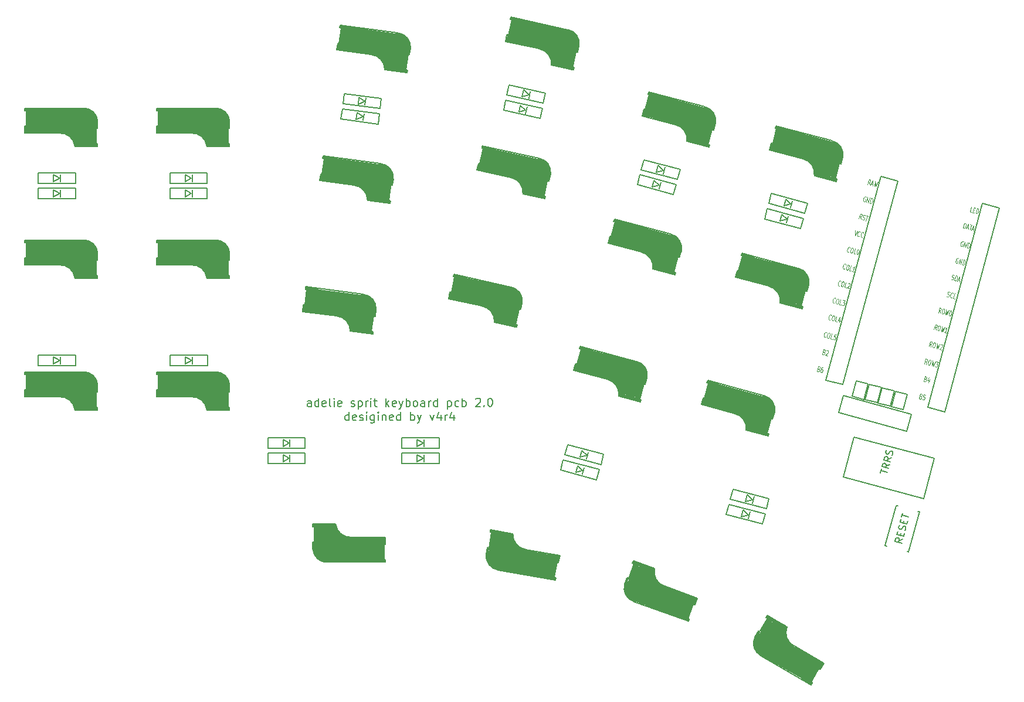
<source format=gto>
G04 #@! TF.GenerationSoftware,KiCad,Pcbnew,(5.1.2)-1*
G04 #@! TF.CreationDate,2019-06-14T17:52:14+09:00*
G04 #@! TF.ProjectId,adelie,6164656c-6965-42e6-9b69-6361645f7063,rev?*
G04 #@! TF.SameCoordinates,Original*
G04 #@! TF.FileFunction,Legend,Top*
G04 #@! TF.FilePolarity,Positive*
%FSLAX46Y46*%
G04 Gerber Fmt 4.6, Leading zero omitted, Abs format (unit mm)*
G04 Created by KiCad (PCBNEW (5.1.2)-1) date 2019-06-14 17:52:14*
%MOMM*%
%LPD*%
G04 APERTURE LIST*
%ADD10C,0.200000*%
%ADD11C,0.400000*%
%ADD12C,0.500000*%
%ADD13C,1.000000*%
%ADD14C,0.150000*%
%ADD15C,3.500000*%
%ADD16C,3.000000*%
%ADD17C,0.800000*%
%ADD18C,0.300000*%
%ADD19C,0.125000*%
G04 APERTURE END LIST*
D10*
X131754040Y-112589397D02*
X131754040Y-111960825D01*
X131696897Y-111846540D01*
X131582611Y-111789397D01*
X131354040Y-111789397D01*
X131239754Y-111846540D01*
X131754040Y-112532254D02*
X131639754Y-112589397D01*
X131354040Y-112589397D01*
X131239754Y-112532254D01*
X131182611Y-112417968D01*
X131182611Y-112303682D01*
X131239754Y-112189397D01*
X131354040Y-112132254D01*
X131639754Y-112132254D01*
X131754040Y-112075111D01*
X132839754Y-112589397D02*
X132839754Y-111389397D01*
X132839754Y-112532254D02*
X132725468Y-112589397D01*
X132496897Y-112589397D01*
X132382611Y-112532254D01*
X132325468Y-112475111D01*
X132268325Y-112360825D01*
X132268325Y-112017968D01*
X132325468Y-111903682D01*
X132382611Y-111846540D01*
X132496897Y-111789397D01*
X132725468Y-111789397D01*
X132839754Y-111846540D01*
X133868325Y-112532254D02*
X133754040Y-112589397D01*
X133525468Y-112589397D01*
X133411182Y-112532254D01*
X133354040Y-112417968D01*
X133354040Y-111960825D01*
X133411182Y-111846540D01*
X133525468Y-111789397D01*
X133754040Y-111789397D01*
X133868325Y-111846540D01*
X133925468Y-111960825D01*
X133925468Y-112075111D01*
X133354040Y-112189397D01*
X134611182Y-112589397D02*
X134496897Y-112532254D01*
X134439754Y-112417968D01*
X134439754Y-111389397D01*
X135068325Y-112589397D02*
X135068325Y-111789397D01*
X135068325Y-111389397D02*
X135011182Y-111446540D01*
X135068325Y-111503682D01*
X135125468Y-111446540D01*
X135068325Y-111389397D01*
X135068325Y-111503682D01*
X136096897Y-112532254D02*
X135982611Y-112589397D01*
X135754040Y-112589397D01*
X135639754Y-112532254D01*
X135582611Y-112417968D01*
X135582611Y-111960825D01*
X135639754Y-111846540D01*
X135754040Y-111789397D01*
X135982611Y-111789397D01*
X136096897Y-111846540D01*
X136154040Y-111960825D01*
X136154040Y-112075111D01*
X135582611Y-112189397D01*
X137525468Y-112532254D02*
X137639754Y-112589397D01*
X137868325Y-112589397D01*
X137982611Y-112532254D01*
X138039754Y-112417968D01*
X138039754Y-112360825D01*
X137982611Y-112246540D01*
X137868325Y-112189397D01*
X137696897Y-112189397D01*
X137582611Y-112132254D01*
X137525468Y-112017968D01*
X137525468Y-111960825D01*
X137582611Y-111846540D01*
X137696897Y-111789397D01*
X137868325Y-111789397D01*
X137982611Y-111846540D01*
X138554040Y-111789397D02*
X138554040Y-112989397D01*
X138554040Y-111846540D02*
X138668325Y-111789397D01*
X138896897Y-111789397D01*
X139011182Y-111846540D01*
X139068325Y-111903682D01*
X139125468Y-112017968D01*
X139125468Y-112360825D01*
X139068325Y-112475111D01*
X139011182Y-112532254D01*
X138896897Y-112589397D01*
X138668325Y-112589397D01*
X138554040Y-112532254D01*
X139639754Y-112589397D02*
X139639754Y-111789397D01*
X139639754Y-112017968D02*
X139696897Y-111903682D01*
X139754040Y-111846540D01*
X139868325Y-111789397D01*
X139982611Y-111789397D01*
X140382611Y-112589397D02*
X140382611Y-111789397D01*
X140382611Y-111389397D02*
X140325468Y-111446540D01*
X140382611Y-111503682D01*
X140439754Y-111446540D01*
X140382611Y-111389397D01*
X140382611Y-111503682D01*
X140782611Y-111789397D02*
X141239754Y-111789397D01*
X140954040Y-111389397D02*
X140954040Y-112417968D01*
X141011182Y-112532254D01*
X141125468Y-112589397D01*
X141239754Y-112589397D01*
X142554040Y-112589397D02*
X142554040Y-111389397D01*
X142668325Y-112132254D02*
X143011182Y-112589397D01*
X143011182Y-111789397D02*
X142554040Y-112246540D01*
X143982611Y-112532254D02*
X143868325Y-112589397D01*
X143639754Y-112589397D01*
X143525468Y-112532254D01*
X143468325Y-112417968D01*
X143468325Y-111960825D01*
X143525468Y-111846540D01*
X143639754Y-111789397D01*
X143868325Y-111789397D01*
X143982611Y-111846540D01*
X144039754Y-111960825D01*
X144039754Y-112075111D01*
X143468325Y-112189397D01*
X144439754Y-111789397D02*
X144725468Y-112589397D01*
X145011182Y-111789397D02*
X144725468Y-112589397D01*
X144611182Y-112875111D01*
X144554040Y-112932254D01*
X144439754Y-112989397D01*
X145468325Y-112589397D02*
X145468325Y-111389397D01*
X145468325Y-111846540D02*
X145582611Y-111789397D01*
X145811182Y-111789397D01*
X145925468Y-111846540D01*
X145982611Y-111903682D01*
X146039754Y-112017968D01*
X146039754Y-112360825D01*
X145982611Y-112475111D01*
X145925468Y-112532254D01*
X145811182Y-112589397D01*
X145582611Y-112589397D01*
X145468325Y-112532254D01*
X146725468Y-112589397D02*
X146611182Y-112532254D01*
X146554040Y-112475111D01*
X146496897Y-112360825D01*
X146496897Y-112017968D01*
X146554040Y-111903682D01*
X146611182Y-111846540D01*
X146725468Y-111789397D01*
X146896897Y-111789397D01*
X147011182Y-111846540D01*
X147068325Y-111903682D01*
X147125468Y-112017968D01*
X147125468Y-112360825D01*
X147068325Y-112475111D01*
X147011182Y-112532254D01*
X146896897Y-112589397D01*
X146725468Y-112589397D01*
X148154040Y-112589397D02*
X148154040Y-111960825D01*
X148096897Y-111846540D01*
X147982611Y-111789397D01*
X147754040Y-111789397D01*
X147639754Y-111846540D01*
X148154040Y-112532254D02*
X148039754Y-112589397D01*
X147754040Y-112589397D01*
X147639754Y-112532254D01*
X147582611Y-112417968D01*
X147582611Y-112303682D01*
X147639754Y-112189397D01*
X147754040Y-112132254D01*
X148039754Y-112132254D01*
X148154040Y-112075111D01*
X148725468Y-112589397D02*
X148725468Y-111789397D01*
X148725468Y-112017968D02*
X148782611Y-111903682D01*
X148839754Y-111846540D01*
X148954040Y-111789397D01*
X149068325Y-111789397D01*
X149982611Y-112589397D02*
X149982611Y-111389397D01*
X149982611Y-112532254D02*
X149868325Y-112589397D01*
X149639754Y-112589397D01*
X149525468Y-112532254D01*
X149468325Y-112475111D01*
X149411182Y-112360825D01*
X149411182Y-112017968D01*
X149468325Y-111903682D01*
X149525468Y-111846540D01*
X149639754Y-111789397D01*
X149868325Y-111789397D01*
X149982611Y-111846540D01*
X151468325Y-111789397D02*
X151468325Y-112989397D01*
X151468325Y-111846540D02*
X151582611Y-111789397D01*
X151811182Y-111789397D01*
X151925468Y-111846540D01*
X151982611Y-111903682D01*
X152039754Y-112017968D01*
X152039754Y-112360825D01*
X151982611Y-112475111D01*
X151925468Y-112532254D01*
X151811182Y-112589397D01*
X151582611Y-112589397D01*
X151468325Y-112532254D01*
X153068325Y-112532254D02*
X152954040Y-112589397D01*
X152725468Y-112589397D01*
X152611182Y-112532254D01*
X152554040Y-112475111D01*
X152496897Y-112360825D01*
X152496897Y-112017968D01*
X152554040Y-111903682D01*
X152611182Y-111846540D01*
X152725468Y-111789397D01*
X152954040Y-111789397D01*
X153068325Y-111846540D01*
X153582611Y-112589397D02*
X153582611Y-111389397D01*
X153582611Y-111846540D02*
X153696897Y-111789397D01*
X153925468Y-111789397D01*
X154039754Y-111846540D01*
X154096897Y-111903682D01*
X154154040Y-112017968D01*
X154154040Y-112360825D01*
X154096897Y-112475111D01*
X154039754Y-112532254D01*
X153925468Y-112589397D01*
X153696897Y-112589397D01*
X153582611Y-112532254D01*
X155525468Y-111503682D02*
X155582611Y-111446540D01*
X155696897Y-111389397D01*
X155982611Y-111389397D01*
X156096897Y-111446540D01*
X156154040Y-111503682D01*
X156211182Y-111617968D01*
X156211182Y-111732254D01*
X156154040Y-111903682D01*
X155468325Y-112589397D01*
X156211182Y-112589397D01*
X156725468Y-112475111D02*
X156782611Y-112532254D01*
X156725468Y-112589397D01*
X156668325Y-112532254D01*
X156725468Y-112475111D01*
X156725468Y-112589397D01*
X157525468Y-111389397D02*
X157639754Y-111389397D01*
X157754040Y-111446540D01*
X157811182Y-111503682D01*
X157868325Y-111617968D01*
X157925468Y-111846540D01*
X157925468Y-112132254D01*
X157868325Y-112360825D01*
X157811182Y-112475111D01*
X157754040Y-112532254D01*
X157639754Y-112589397D01*
X157525468Y-112589397D01*
X157411182Y-112532254D01*
X157354040Y-112475111D01*
X157296897Y-112360825D01*
X157239754Y-112132254D01*
X157239754Y-111846540D01*
X157296897Y-111617968D01*
X157354040Y-111503682D01*
X157411182Y-111446540D01*
X157525468Y-111389397D01*
X137211182Y-114589397D02*
X137211182Y-113389397D01*
X137211182Y-114532254D02*
X137096897Y-114589397D01*
X136868325Y-114589397D01*
X136754040Y-114532254D01*
X136696897Y-114475111D01*
X136639754Y-114360825D01*
X136639754Y-114017968D01*
X136696897Y-113903682D01*
X136754040Y-113846540D01*
X136868325Y-113789397D01*
X137096897Y-113789397D01*
X137211182Y-113846540D01*
X138239754Y-114532254D02*
X138125468Y-114589397D01*
X137896897Y-114589397D01*
X137782611Y-114532254D01*
X137725468Y-114417968D01*
X137725468Y-113960825D01*
X137782611Y-113846540D01*
X137896897Y-113789397D01*
X138125468Y-113789397D01*
X138239754Y-113846540D01*
X138296897Y-113960825D01*
X138296897Y-114075111D01*
X137725468Y-114189397D01*
X138754040Y-114532254D02*
X138868325Y-114589397D01*
X139096897Y-114589397D01*
X139211182Y-114532254D01*
X139268325Y-114417968D01*
X139268325Y-114360825D01*
X139211182Y-114246540D01*
X139096897Y-114189397D01*
X138925468Y-114189397D01*
X138811182Y-114132254D01*
X138754040Y-114017968D01*
X138754040Y-113960825D01*
X138811182Y-113846540D01*
X138925468Y-113789397D01*
X139096897Y-113789397D01*
X139211182Y-113846540D01*
X139782611Y-114589397D02*
X139782611Y-113789397D01*
X139782611Y-113389397D02*
X139725468Y-113446540D01*
X139782611Y-113503682D01*
X139839754Y-113446540D01*
X139782611Y-113389397D01*
X139782611Y-113503682D01*
X140868325Y-113789397D02*
X140868325Y-114760825D01*
X140811182Y-114875111D01*
X140754040Y-114932254D01*
X140639754Y-114989397D01*
X140468325Y-114989397D01*
X140354040Y-114932254D01*
X140868325Y-114532254D02*
X140754040Y-114589397D01*
X140525468Y-114589397D01*
X140411182Y-114532254D01*
X140354040Y-114475111D01*
X140296897Y-114360825D01*
X140296897Y-114017968D01*
X140354040Y-113903682D01*
X140411182Y-113846540D01*
X140525468Y-113789397D01*
X140754040Y-113789397D01*
X140868325Y-113846540D01*
X141439754Y-114589397D02*
X141439754Y-113789397D01*
X141439754Y-113389397D02*
X141382611Y-113446540D01*
X141439754Y-113503682D01*
X141496897Y-113446540D01*
X141439754Y-113389397D01*
X141439754Y-113503682D01*
X142011182Y-113789397D02*
X142011182Y-114589397D01*
X142011182Y-113903682D02*
X142068325Y-113846540D01*
X142182611Y-113789397D01*
X142354040Y-113789397D01*
X142468325Y-113846540D01*
X142525468Y-113960825D01*
X142525468Y-114589397D01*
X143554040Y-114532254D02*
X143439754Y-114589397D01*
X143211182Y-114589397D01*
X143096897Y-114532254D01*
X143039754Y-114417968D01*
X143039754Y-113960825D01*
X143096897Y-113846540D01*
X143211182Y-113789397D01*
X143439754Y-113789397D01*
X143554040Y-113846540D01*
X143611182Y-113960825D01*
X143611182Y-114075111D01*
X143039754Y-114189397D01*
X144639754Y-114589397D02*
X144639754Y-113389397D01*
X144639754Y-114532254D02*
X144525468Y-114589397D01*
X144296897Y-114589397D01*
X144182611Y-114532254D01*
X144125468Y-114475111D01*
X144068325Y-114360825D01*
X144068325Y-114017968D01*
X144125468Y-113903682D01*
X144182611Y-113846540D01*
X144296897Y-113789397D01*
X144525468Y-113789397D01*
X144639754Y-113846540D01*
X146125468Y-114589397D02*
X146125468Y-113389397D01*
X146125468Y-113846540D02*
X146239754Y-113789397D01*
X146468325Y-113789397D01*
X146582611Y-113846540D01*
X146639754Y-113903682D01*
X146696897Y-114017968D01*
X146696897Y-114360825D01*
X146639754Y-114475111D01*
X146582611Y-114532254D01*
X146468325Y-114589397D01*
X146239754Y-114589397D01*
X146125468Y-114532254D01*
X147096897Y-113789397D02*
X147382611Y-114589397D01*
X147668325Y-113789397D02*
X147382611Y-114589397D01*
X147268325Y-114875111D01*
X147211182Y-114932254D01*
X147096897Y-114989397D01*
X148925468Y-113789397D02*
X149211182Y-114589397D01*
X149496897Y-113789397D01*
X150468325Y-113789397D02*
X150468325Y-114589397D01*
X150182611Y-113332254D02*
X149896897Y-114189397D01*
X150639754Y-114189397D01*
X151096897Y-114589397D02*
X151096897Y-113789397D01*
X151096897Y-114017968D02*
X151154040Y-113903682D01*
X151211182Y-113846540D01*
X151325468Y-113789397D01*
X151439754Y-113789397D01*
X152354040Y-113789397D02*
X152354040Y-114589397D01*
X152068325Y-113332254D02*
X151782611Y-114189397D01*
X152525468Y-114189397D01*
D11*
X188484347Y-111491760D02*
X188303173Y-112167909D01*
X189131394Y-109076946D02*
X190483690Y-109439293D01*
D12*
X197567268Y-116617240D02*
X194959268Y-115918429D01*
D13*
X195032352Y-115708728D02*
G75*
G03X193377751Y-113320582I-2153453J275263D01*
G01*
D14*
X188899386Y-109170071D02*
X188989973Y-108831997D01*
X198640438Y-113384856D02*
G75*
G03X197103750Y-111006076I-1957734J421046D01*
G01*
X194542453Y-115991570D02*
G75*
G03X192887853Y-113603425I-2153452J275263D01*
G01*
X188989973Y-108831997D02*
X197103750Y-111006076D01*
X192887853Y-113603425D02*
X188058224Y-112309330D01*
X197708689Y-116862189D02*
X194540453Y-116013262D01*
X198640438Y-113384856D02*
X198381619Y-114350782D01*
X197708689Y-116862189D02*
X197801864Y-116514456D01*
X197608679Y-116462692D02*
X197801864Y-116514456D01*
X198159456Y-114291253D02*
X197579701Y-116454927D01*
X198381619Y-114350782D02*
X198188434Y-114299018D01*
X189092571Y-109221835D02*
X188899386Y-109170071D01*
X188529547Y-111400344D02*
X189111890Y-109227011D01*
X188317043Y-111343404D02*
X188510229Y-111395168D01*
X188058224Y-112309330D02*
X188317043Y-111343404D01*
D15*
X190455950Y-111088302D02*
X196927653Y-112822389D01*
D13*
X189510830Y-109592726D02*
X188863782Y-112007540D01*
D12*
X188425648Y-112097198D02*
X189777944Y-112459545D01*
D16*
X197072914Y-112550729D02*
X196493159Y-114714403D01*
D17*
X197258543Y-116223935D02*
X197724418Y-114485268D01*
D18*
X198310907Y-114228307D02*
X198543845Y-113358975D01*
D11*
X135778057Y-60215807D02*
X135686688Y-60909818D01*
X136104372Y-57737195D02*
X137492395Y-57919931D01*
D12*
X145452282Y-64111878D02*
X142775381Y-63759457D01*
D13*
X142820468Y-63542011D02*
G75*
G03X140868307Y-61390265I-2170959J-8174D01*
G01*
D14*
X135886504Y-57859806D02*
X135932189Y-57512800D01*
X146094361Y-60767071D02*
G75*
G03X144260325Y-58609219I-1995944J161908D01*
G01*
X142371679Y-63886378D02*
G75*
G03X140419519Y-61734633I-2170958J-8174D01*
G01*
X135932189Y-57512800D02*
X144260325Y-58609219D01*
X140419519Y-61734633D02*
X135462294Y-61082002D01*
X145624465Y-64336272D02*
X142372526Y-63908146D01*
X146094360Y-60767071D02*
X145963834Y-61758516D01*
X145624465Y-64336272D02*
X145671455Y-63979352D01*
X145473166Y-63953247D02*
X145671455Y-63979352D01*
X145735801Y-61728495D02*
X145443423Y-63949331D01*
X145963834Y-61758516D02*
X145765545Y-61732410D01*
X136084793Y-57885911D02*
X135886504Y-57859806D01*
X135810938Y-60119273D02*
X136104622Y-57888522D01*
X135592820Y-60090557D02*
X135791109Y-60116662D01*
X135462294Y-61082002D02*
X135592820Y-60090557D01*
D15*
X137680131Y-59558454D02*
X144322812Y-60432979D01*
D13*
X136547884Y-58199036D02*
X136221569Y-60677648D01*
D12*
X135798886Y-60823726D02*
X137186908Y-61006463D01*
D16*
X144431371Y-60144682D02*
X144138992Y-62365519D01*
D17*
X145094862Y-63762234D02*
X145329809Y-61977633D01*
D18*
X145877741Y-61646318D02*
X145995215Y-60754019D01*
D14*
X220777607Y-112698941D02*
X228666411Y-83257522D01*
X223231058Y-113356342D02*
X220777607Y-112698941D01*
X231119863Y-83914922D02*
X223231058Y-113356342D01*
X228666411Y-83257522D02*
X231119863Y-83914922D01*
X206076215Y-108759715D02*
X213965020Y-79318296D01*
X208529667Y-109417116D02*
X206076215Y-108759715D01*
X216418472Y-79975697D02*
X208529667Y-109417116D01*
X213965020Y-79318296D02*
X216418472Y-79975697D01*
D11*
X198341605Y-74689754D02*
X198160431Y-75365903D01*
X198988652Y-72274940D02*
X200340948Y-72637287D01*
D12*
X207424526Y-79815234D02*
X204816526Y-79116423D01*
D13*
X204889610Y-78906722D02*
G75*
G03X203235009Y-76518576I-2153453J275263D01*
G01*
D14*
X198756644Y-72368065D02*
X198847231Y-72029991D01*
X208497696Y-76582850D02*
G75*
G03X206961008Y-74204070I-1957734J421046D01*
G01*
X204399711Y-79189564D02*
G75*
G03X202745111Y-76801419I-2153452J275263D01*
G01*
X198847231Y-72029991D02*
X206961008Y-74204070D01*
X202745111Y-76801419D02*
X197915482Y-75507324D01*
X207565947Y-80060183D02*
X204397711Y-79211256D01*
X208497696Y-76582850D02*
X208238877Y-77548776D01*
X207565947Y-80060183D02*
X207659122Y-79712450D01*
X207465937Y-79660686D02*
X207659122Y-79712450D01*
X208016714Y-77489247D02*
X207436959Y-79652921D01*
X208238877Y-77548776D02*
X208045692Y-77497012D01*
X198949829Y-72419829D02*
X198756644Y-72368065D01*
X198386805Y-74598338D02*
X198969148Y-72425005D01*
X198174301Y-74541398D02*
X198367487Y-74593162D01*
X197915482Y-75507324D02*
X198174301Y-74541398D01*
D15*
X200313208Y-74286296D02*
X206784911Y-76020383D01*
D13*
X199368088Y-72790720D02*
X198721040Y-75205534D01*
D12*
X198282906Y-75295192D02*
X199635202Y-75657539D01*
D16*
X206930172Y-75748723D02*
X206350417Y-77912397D01*
D17*
X207115801Y-79421929D02*
X207581676Y-77683262D01*
D18*
X208168165Y-77426301D02*
X208401103Y-76556969D01*
D11*
X109682040Y-91225540D02*
X109682040Y-91925540D01*
X109682040Y-88725540D02*
X111082040Y-88725540D01*
D12*
X119782040Y-93825540D02*
X117082040Y-93825540D01*
D13*
X117098358Y-93604069D02*
G75*
G03X114882040Y-91725540I-2151318J-291471D01*
G01*
D14*
X109482040Y-88875540D02*
X109482040Y-88525540D01*
X119982041Y-90425540D02*
G75*
G03X117882040Y-88525539I-2000001J-100000D01*
G01*
X116698358Y-94004069D02*
G75*
G03X114482040Y-92125540I-2151318J-291471D01*
G01*
X109482040Y-88525540D02*
X117882040Y-88525539D01*
X114482040Y-92125540D02*
X109482040Y-92125540D01*
X119982040Y-94025540D02*
X116702040Y-94025540D01*
X119982040Y-90425540D02*
X119982040Y-91425540D01*
X119982040Y-94025540D02*
X119982040Y-93665540D01*
X119782040Y-93665540D02*
X119982040Y-93665540D01*
X119752040Y-91425540D02*
X119752040Y-93665540D01*
X119982040Y-91425540D02*
X119782040Y-91425540D01*
X109682040Y-88875540D02*
X109482040Y-88875540D01*
X109702040Y-91125540D02*
X109702040Y-88875540D01*
X109482040Y-91125540D02*
X109682040Y-91125540D01*
X109482040Y-92125540D02*
X109482040Y-91125540D01*
D15*
X111482040Y-90325540D02*
X118182040Y-90325540D01*
D13*
X110182040Y-89125540D02*
X110182040Y-91625540D01*
D12*
X109782040Y-91825540D02*
X111182040Y-91825540D01*
D16*
X118252040Y-90025540D02*
X118252040Y-92265540D01*
D17*
X119382040Y-93525540D02*
X119382040Y-91725540D01*
D18*
X119882039Y-91325540D02*
X119882040Y-90425541D01*
D11*
X133291397Y-79095627D02*
X133200028Y-79789638D01*
X133617712Y-76617015D02*
X135005735Y-76799751D01*
D12*
X142965622Y-82991698D02*
X140288721Y-82639277D01*
D13*
X140333808Y-82421831D02*
G75*
G03X138381647Y-80270085I-2170959J-8174D01*
G01*
D14*
X133399844Y-76739626D02*
X133445529Y-76392620D01*
X143607701Y-79646891D02*
G75*
G03X141773665Y-77489039I-1995944J161908D01*
G01*
X139885019Y-82766198D02*
G75*
G03X137932859Y-80614453I-2170958J-8174D01*
G01*
X133445529Y-76392620D02*
X141773665Y-77489039D01*
X137932859Y-80614453D02*
X132975634Y-79961822D01*
X143137805Y-83216092D02*
X139885866Y-82787966D01*
X143607700Y-79646891D02*
X143477174Y-80638336D01*
X143137805Y-83216092D02*
X143184795Y-82859172D01*
X142986506Y-82833067D02*
X143184795Y-82859172D01*
X143249141Y-80608315D02*
X142956763Y-82829151D01*
X143477174Y-80638336D02*
X143278885Y-80612230D01*
X133598133Y-76765731D02*
X133399844Y-76739626D01*
X133324278Y-78999093D02*
X133617962Y-76768342D01*
X133106160Y-78970377D02*
X133304449Y-78996482D01*
X132975634Y-79961822D02*
X133106160Y-78970377D01*
D15*
X135193471Y-78438274D02*
X141836152Y-79312799D01*
D13*
X134061224Y-77078856D02*
X133734909Y-79557468D01*
D12*
X133312226Y-79703546D02*
X134700248Y-79886283D01*
D16*
X141944711Y-79024502D02*
X141652332Y-81245339D01*
D17*
X142608202Y-82642054D02*
X142843149Y-80857453D01*
D18*
X143391081Y-80526138D02*
X143508555Y-79633839D01*
D11*
X205139425Y-150351753D02*
X205489425Y-149745535D01*
X203889425Y-152516817D02*
X202676989Y-151816817D01*
D12*
X197692568Y-143050087D02*
X200030837Y-144400087D01*
D13*
X199905970Y-144583727D02*
G75*
G03X200886093Y-147318740I2008831J-823238D01*
G01*
D14*
X204137630Y-152486913D02*
X203962630Y-152790022D01*
X195819362Y-145894573D02*
G75*
G03X196688016Y-148590023I1782052J-913398D01*
G01*
X200452380Y-144437317D02*
G75*
G03X201432503Y-147172330I2008831J-823238D01*
G01*
X203962630Y-152790022D02*
X196688016Y-148590023D01*
X201432503Y-147172330D02*
X205762630Y-149672330D01*
X197619363Y-142776882D02*
X200459926Y-144416882D01*
X195819363Y-145894573D02*
X196319363Y-145028548D01*
X197619363Y-142776882D02*
X197439363Y-143088651D01*
X197612568Y-143188651D02*
X197439363Y-143088651D01*
X196518549Y-145143548D02*
X197638549Y-143203651D01*
X196319363Y-145028548D02*
X196492568Y-145128548D01*
X203964425Y-152386913D02*
X204137630Y-152486913D01*
X205072104Y-150428356D02*
X203947104Y-152376913D01*
X205262630Y-150538356D02*
X205089425Y-150438356D01*
X205762630Y-149672330D02*
X205262630Y-150538356D01*
D15*
X203130579Y-150231176D02*
X197328209Y-146881176D01*
D13*
X203656412Y-151920406D02*
X204906412Y-149755343D01*
D12*
X205352822Y-149782138D02*
X204140387Y-149082138D01*
D16*
X197117587Y-147105984D02*
X198237587Y-145166087D01*
D17*
X197888978Y-143509895D02*
X196988978Y-145068740D01*
D18*
X196355967Y-145165151D02*
X195905966Y-145944573D01*
D11*
X142302400Y-132375100D02*
X142302400Y-131675100D01*
X142302400Y-134875100D02*
X140902400Y-134875100D01*
D12*
X132202400Y-129775100D02*
X134902400Y-129775100D01*
D13*
X134886082Y-129996571D02*
G75*
G03X137102400Y-131875100I2151318J291471D01*
G01*
D14*
X142502400Y-134725100D02*
X142502400Y-135075100D01*
X132002399Y-133175100D02*
G75*
G03X134102400Y-135075101I2000001J100000D01*
G01*
X135286082Y-129596571D02*
G75*
G03X137502400Y-131475100I2151318J291471D01*
G01*
X142502400Y-135075100D02*
X134102400Y-135075101D01*
X137502400Y-131475100D02*
X142502400Y-131475100D01*
X132002400Y-129575100D02*
X135282400Y-129575100D01*
X132002400Y-133175100D02*
X132002400Y-132175100D01*
X132002400Y-129575100D02*
X132002400Y-129935100D01*
X132202400Y-129935100D02*
X132002400Y-129935100D01*
X132232400Y-132175100D02*
X132232400Y-129935100D01*
X132002400Y-132175100D02*
X132202400Y-132175100D01*
X142302400Y-134725100D02*
X142502400Y-134725100D01*
X142282400Y-132475100D02*
X142282400Y-134725100D01*
X142502400Y-132475100D02*
X142302400Y-132475100D01*
X142502400Y-131475100D02*
X142502400Y-132475100D01*
D15*
X140502400Y-133275100D02*
X133802400Y-133275100D01*
D13*
X141802400Y-134475100D02*
X141802400Y-131975100D01*
D12*
X142202400Y-131775100D02*
X140802400Y-131775100D01*
D16*
X133732400Y-133575100D02*
X133732400Y-131335100D01*
D17*
X132602400Y-130075100D02*
X132602400Y-131875100D01*
D18*
X132102401Y-132275100D02*
X132102400Y-133175099D01*
D11*
X170094265Y-106548974D02*
X169913091Y-107225123D01*
X170741312Y-104134160D02*
X172093608Y-104496507D01*
D12*
X179177186Y-111674454D02*
X176569186Y-110975643D01*
D13*
X176642270Y-110765942D02*
G75*
G03X174987669Y-108377796I-2153453J275263D01*
G01*
D14*
X170509304Y-104227285D02*
X170599891Y-103889211D01*
X180250356Y-108442070D02*
G75*
G03X178713668Y-106063290I-1957734J421046D01*
G01*
X176152371Y-111048784D02*
G75*
G03X174497771Y-108660639I-2153452J275263D01*
G01*
X170599891Y-103889211D02*
X178713668Y-106063290D01*
X174497771Y-108660639D02*
X169668142Y-107366544D01*
X179318607Y-111919403D02*
X176150371Y-111070476D01*
X180250356Y-108442070D02*
X179991537Y-109407996D01*
X179318607Y-111919403D02*
X179411782Y-111571670D01*
X179218597Y-111519906D02*
X179411782Y-111571670D01*
X179769374Y-109348467D02*
X179189619Y-111512141D01*
X179991537Y-109407996D02*
X179798352Y-109356232D01*
X170702489Y-104279049D02*
X170509304Y-104227285D01*
X170139465Y-106457558D02*
X170721808Y-104284225D01*
X169926961Y-106400618D02*
X170120147Y-106452382D01*
X169668142Y-107366544D02*
X169926961Y-106400618D01*
D15*
X172065868Y-106145516D02*
X178537571Y-107879603D01*
D13*
X171120748Y-104649940D02*
X170473700Y-107064754D01*
D12*
X170035566Y-107154412D02*
X171387862Y-107516759D01*
D16*
X178682832Y-107607943D02*
X178103077Y-109771617D01*
D17*
X178868461Y-111281149D02*
X179334336Y-109542482D01*
D18*
X179920825Y-109285521D02*
X180153763Y-108416189D01*
D11*
X151962888Y-96168732D02*
X151811380Y-96852139D01*
X152503987Y-93727992D02*
X153870802Y-94031008D01*
D12*
X161260735Y-100893142D02*
X158624736Y-100308755D01*
D13*
X158688602Y-100096065D02*
G75*
G03X156931407Y-97782366I-2163409J181068D01*
G01*
D14*
X152276262Y-93831149D02*
X152352016Y-93489445D01*
X162191890Y-97617023D02*
G75*
G03X160552902Y-95307537I-1974237J335249D01*
G01*
X158211508Y-100400008D02*
G75*
G03X156454313Y-98086309I-2163409J181068D01*
G01*
X152352016Y-93489445D02*
X160552902Y-95307537D01*
X156454313Y-98086309D02*
X151572833Y-97004111D01*
X161412706Y-101131689D02*
X158210455Y-100421767D01*
X162191889Y-97617023D02*
X161975449Y-98593319D01*
X161412706Y-101131689D02*
X161490624Y-100780223D01*
X161295365Y-100736935D02*
X161490624Y-100780223D01*
X161750901Y-98543538D02*
X161266076Y-100730441D01*
X161975449Y-98593319D02*
X161780190Y-98550032D01*
X152471521Y-93874437D02*
X152276262Y-93831149D01*
X152004058Y-96075431D02*
X152491047Y-93878765D01*
X151789273Y-96027815D02*
X151984532Y-96071103D01*
X151572833Y-97004111D02*
X151789273Y-96027815D01*
D15*
X153915017Y-95679657D02*
X160456200Y-97129803D01*
D13*
X152905559Y-94226730D02*
X152364460Y-96667470D01*
D12*
X151930654Y-96776154D02*
X153297468Y-97079169D01*
D16*
X160589472Y-96852065D02*
X160104648Y-99038968D01*
D17*
X160935148Y-100513677D02*
X161324740Y-98756345D01*
D18*
X161899462Y-98474046D02*
X162094259Y-97595381D01*
D11*
X130802197Y-97990687D02*
X130710828Y-98684698D01*
X131128512Y-95512075D02*
X132516535Y-95694811D01*
D12*
X140476422Y-101886758D02*
X137799521Y-101534337D01*
D13*
X137844608Y-101316891D02*
G75*
G03X135892447Y-99165145I-2170959J-8174D01*
G01*
D14*
X130910644Y-95634686D02*
X130956329Y-95287680D01*
X141118501Y-98541951D02*
G75*
G03X139284465Y-96384099I-1995944J161908D01*
G01*
X137395819Y-101661258D02*
G75*
G03X135443659Y-99509513I-2170958J-8174D01*
G01*
X130956329Y-95287680D02*
X139284465Y-96384099D01*
X135443659Y-99509513D02*
X130486434Y-98856882D01*
X140648605Y-102111152D02*
X137396666Y-101683026D01*
X141118500Y-98541951D02*
X140987974Y-99533396D01*
X140648605Y-102111152D02*
X140695595Y-101754232D01*
X140497306Y-101728127D02*
X140695595Y-101754232D01*
X140759941Y-99503375D02*
X140467563Y-101724211D01*
X140987974Y-99533396D02*
X140789685Y-99507290D01*
X131108933Y-95660791D02*
X130910644Y-95634686D01*
X130835078Y-97894153D02*
X131128762Y-95663402D01*
X130616960Y-97865437D02*
X130815249Y-97891542D01*
X130486434Y-98856882D02*
X130616960Y-97865437D01*
D15*
X132704271Y-97333334D02*
X139346952Y-98207859D01*
D13*
X131572024Y-95973916D02*
X131245709Y-98452528D01*
D12*
X130823026Y-98598606D02*
X132211048Y-98781343D01*
D16*
X139455511Y-97919562D02*
X139163132Y-100140399D01*
D17*
X140119002Y-101537114D02*
X140353949Y-99752513D01*
D18*
X140901881Y-99421198D02*
X141019355Y-98528899D01*
D11*
X109682040Y-110275540D02*
X109682040Y-110975540D01*
X109682040Y-107775540D02*
X111082040Y-107775540D01*
D12*
X119782040Y-112875540D02*
X117082040Y-112875540D01*
D13*
X117098358Y-112654069D02*
G75*
G03X114882040Y-110775540I-2151318J-291471D01*
G01*
D14*
X109482040Y-107925540D02*
X109482040Y-107575540D01*
X119982041Y-109475540D02*
G75*
G03X117882040Y-107575539I-2000001J-100000D01*
G01*
X116698358Y-113054069D02*
G75*
G03X114482040Y-111175540I-2151318J-291471D01*
G01*
X109482040Y-107575540D02*
X117882040Y-107575539D01*
X114482040Y-111175540D02*
X109482040Y-111175540D01*
X119982040Y-113075540D02*
X116702040Y-113075540D01*
X119982040Y-109475540D02*
X119982040Y-110475540D01*
X119982040Y-113075540D02*
X119982040Y-112715540D01*
X119782040Y-112715540D02*
X119982040Y-112715540D01*
X119752040Y-110475540D02*
X119752040Y-112715540D01*
X119982040Y-110475540D02*
X119782040Y-110475540D01*
X109682040Y-107925540D02*
X109482040Y-107925540D01*
X109702040Y-110175540D02*
X109702040Y-107925540D01*
X109482040Y-110175540D02*
X109682040Y-110175540D01*
X109482040Y-111175540D02*
X109482040Y-110175540D01*
D15*
X111482040Y-109375540D02*
X118182040Y-109375540D01*
D13*
X110182040Y-108175540D02*
X110182040Y-110675540D01*
D12*
X109782040Y-110875540D02*
X111182040Y-110875540D01*
D16*
X118252040Y-109075540D02*
X118252040Y-111315540D01*
D17*
X119382040Y-112575540D02*
X119382040Y-110775540D01*
D18*
X119882039Y-110375540D02*
X119882040Y-109475541D01*
D11*
X90632040Y-110275540D02*
X90632040Y-110975540D01*
X90632040Y-107775540D02*
X92032040Y-107775540D01*
D12*
X100732040Y-112875540D02*
X98032040Y-112875540D01*
D13*
X98048358Y-112654069D02*
G75*
G03X95832040Y-110775540I-2151318J-291471D01*
G01*
D14*
X90432040Y-107925540D02*
X90432040Y-107575540D01*
X100932041Y-109475540D02*
G75*
G03X98832040Y-107575539I-2000001J-100000D01*
G01*
X97648358Y-113054069D02*
G75*
G03X95432040Y-111175540I-2151318J-291471D01*
G01*
X90432040Y-107575540D02*
X98832040Y-107575539D01*
X95432040Y-111175540D02*
X90432040Y-111175540D01*
X100932040Y-113075540D02*
X97652040Y-113075540D01*
X100932040Y-109475540D02*
X100932040Y-110475540D01*
X100932040Y-113075540D02*
X100932040Y-112715540D01*
X100732040Y-112715540D02*
X100932040Y-112715540D01*
X100702040Y-110475540D02*
X100702040Y-112715540D01*
X100932040Y-110475540D02*
X100732040Y-110475540D01*
X90632040Y-107925540D02*
X90432040Y-107925540D01*
X90652040Y-110175540D02*
X90652040Y-107925540D01*
X90432040Y-110175540D02*
X90632040Y-110175540D01*
X90432040Y-111175540D02*
X90432040Y-110175540D01*
D15*
X92432040Y-109375540D02*
X99132040Y-109375540D01*
D13*
X91132040Y-108175540D02*
X91132040Y-110675540D01*
D12*
X90732040Y-110875540D02*
X92132040Y-110875540D01*
D16*
X99202040Y-109075540D02*
X99202040Y-111315540D01*
D17*
X100332040Y-112575540D02*
X100332040Y-110775540D01*
D18*
X100832039Y-110375540D02*
X100832040Y-109475541D01*
D11*
X193414487Y-93086920D02*
X193233313Y-93763069D01*
X194061534Y-90672106D02*
X195413830Y-91034453D01*
D12*
X202497408Y-98212400D02*
X199889408Y-97513589D01*
D13*
X199962492Y-97303888D02*
G75*
G03X198307891Y-94915742I-2153453J275263D01*
G01*
D14*
X193829526Y-90765231D02*
X193920113Y-90427157D01*
X203570578Y-94980016D02*
G75*
G03X202033890Y-92601236I-1957734J421046D01*
G01*
X199472593Y-97586730D02*
G75*
G03X197817993Y-95198585I-2153452J275263D01*
G01*
X193920113Y-90427157D02*
X202033890Y-92601236D01*
X197817993Y-95198585D02*
X192988364Y-93904490D01*
X202638829Y-98457349D02*
X199470593Y-97608422D01*
X203570578Y-94980016D02*
X203311759Y-95945942D01*
X202638829Y-98457349D02*
X202732004Y-98109616D01*
X202538819Y-98057852D02*
X202732004Y-98109616D01*
X203089596Y-95886413D02*
X202509841Y-98050087D01*
X203311759Y-95945942D02*
X203118574Y-95894178D01*
X194022711Y-90816995D02*
X193829526Y-90765231D01*
X193459687Y-92995504D02*
X194042030Y-90822171D01*
X193247183Y-92938564D02*
X193440369Y-92990328D01*
X192988364Y-93904490D02*
X193247183Y-92938564D01*
D15*
X195386090Y-92683462D02*
X201857793Y-94417549D01*
D13*
X194440970Y-91187886D02*
X193793922Y-93602700D01*
D12*
X193355788Y-93692358D02*
X194708084Y-94054705D01*
D16*
X202003054Y-94145889D02*
X201423299Y-96309563D01*
D17*
X202188683Y-97819095D02*
X202654558Y-96080428D01*
D18*
X203241047Y-95823467D02*
X203473985Y-94954135D01*
D11*
X175021865Y-88156834D02*
X174840691Y-88832983D01*
X175668912Y-85742020D02*
X177021208Y-86104367D01*
D12*
X184104786Y-93282314D02*
X181496786Y-92583503D01*
D13*
X181569870Y-92373802D02*
G75*
G03X179915269Y-89985656I-2153453J275263D01*
G01*
D14*
X175436904Y-85835145D02*
X175527491Y-85497071D01*
X185177956Y-90049930D02*
G75*
G03X183641268Y-87671150I-1957734J421046D01*
G01*
X181079971Y-92656644D02*
G75*
G03X179425371Y-90268499I-2153452J275263D01*
G01*
X175527491Y-85497071D02*
X183641268Y-87671150D01*
X179425371Y-90268499D02*
X174595742Y-88974404D01*
X184246207Y-93527263D02*
X181077971Y-92678336D01*
X185177956Y-90049930D02*
X184919137Y-91015856D01*
X184246207Y-93527263D02*
X184339382Y-93179530D01*
X184146197Y-93127766D02*
X184339382Y-93179530D01*
X184696974Y-90956327D02*
X184117219Y-93120001D01*
X184919137Y-91015856D02*
X184725952Y-90964092D01*
X175630089Y-85886909D02*
X175436904Y-85835145D01*
X175067065Y-88065418D02*
X175649408Y-85892085D01*
X174854561Y-88008478D02*
X175047747Y-88060242D01*
X174595742Y-88974404D02*
X174854561Y-88008478D01*
D15*
X176993468Y-87753376D02*
X183465171Y-89487463D01*
D13*
X176048348Y-86257800D02*
X175401300Y-88672614D01*
D12*
X174963166Y-88762272D02*
X176315462Y-89124619D01*
D16*
X183610432Y-89215803D02*
X183030677Y-91379477D01*
D17*
X183796061Y-92889009D02*
X184261936Y-91150342D01*
D18*
X184848425Y-90893381D02*
X185081363Y-90024049D01*
D11*
X156080228Y-77586092D02*
X155928720Y-78269499D01*
X156621327Y-75145352D02*
X157988142Y-75448368D01*
D12*
X165378075Y-82310502D02*
X162742076Y-81726115D01*
D13*
X162805942Y-81513425D02*
G75*
G03X161048747Y-79199726I-2163409J181068D01*
G01*
D14*
X156393602Y-75248509D02*
X156469356Y-74906805D01*
X166309230Y-79034383D02*
G75*
G03X164670242Y-76724897I-1974237J335249D01*
G01*
X162328848Y-81817368D02*
G75*
G03X160571653Y-79503669I-2163409J181068D01*
G01*
X156469356Y-74906805D02*
X164670242Y-76724897D01*
X160571653Y-79503669D02*
X155690173Y-78421471D01*
X165530046Y-82549049D02*
X162327795Y-81839127D01*
X166309229Y-79034383D02*
X166092789Y-80010679D01*
X165530046Y-82549049D02*
X165607964Y-82197583D01*
X165412705Y-82154295D02*
X165607964Y-82197583D01*
X165868241Y-79960898D02*
X165383416Y-82147801D01*
X166092789Y-80010679D02*
X165897530Y-79967392D01*
X156588861Y-75291797D02*
X156393602Y-75248509D01*
X156121398Y-77492791D02*
X156608387Y-75296125D01*
X155906613Y-77445175D02*
X156101872Y-77488463D01*
X155690173Y-78421471D02*
X155906613Y-77445175D01*
D15*
X158032357Y-77097017D02*
X164573540Y-78547163D01*
D13*
X157022899Y-75644090D02*
X156481800Y-78084830D01*
D12*
X156047994Y-78193514D02*
X157414808Y-78496529D01*
D16*
X164706812Y-78269425D02*
X164221988Y-80456328D01*
D17*
X165052488Y-81931037D02*
X165442080Y-80173705D01*
D18*
X166016802Y-79891406D02*
X166211599Y-79012741D01*
D11*
X90632040Y-91225540D02*
X90632040Y-91925540D01*
X90632040Y-88725540D02*
X92032040Y-88725540D01*
D12*
X100732040Y-93825540D02*
X98032040Y-93825540D01*
D13*
X98048358Y-93604069D02*
G75*
G03X95832040Y-91725540I-2151318J-291471D01*
G01*
D14*
X90432040Y-88875540D02*
X90432040Y-88525540D01*
X100932041Y-90425540D02*
G75*
G03X98832040Y-88525539I-2000001J-100000D01*
G01*
X97648358Y-94004069D02*
G75*
G03X95432040Y-92125540I-2151318J-291471D01*
G01*
X90432040Y-88525540D02*
X98832040Y-88525539D01*
X95432040Y-92125540D02*
X90432040Y-92125540D01*
X100932040Y-94025540D02*
X97652040Y-94025540D01*
X100932040Y-90425540D02*
X100932040Y-91425540D01*
X100932040Y-94025540D02*
X100932040Y-93665540D01*
X100732040Y-93665540D02*
X100932040Y-93665540D01*
X100702040Y-91425540D02*
X100702040Y-93665540D01*
X100932040Y-91425540D02*
X100732040Y-91425540D01*
X90632040Y-88875540D02*
X90432040Y-88875540D01*
X90652040Y-91125540D02*
X90652040Y-88875540D01*
X90432040Y-91125540D02*
X90632040Y-91125540D01*
X90432040Y-92125540D02*
X90432040Y-91125540D01*
D15*
X92432040Y-90325540D02*
X99132040Y-90325540D01*
D13*
X91132040Y-89125540D02*
X91132040Y-91625540D01*
D12*
X90732040Y-91825540D02*
X92132040Y-91825540D01*
D16*
X99202040Y-90025540D02*
X99202040Y-92265540D01*
D17*
X100332040Y-93525540D02*
X100332040Y-91725540D01*
D18*
X100832039Y-91325540D02*
X100832040Y-90425541D01*
D11*
X179952005Y-69762154D02*
X179770831Y-70438303D01*
X180599052Y-67347340D02*
X181951348Y-67709687D01*
D12*
X189034926Y-74887634D02*
X186426926Y-74188823D01*
D13*
X186500010Y-73979122D02*
G75*
G03X184845409Y-71590976I-2153453J275263D01*
G01*
D14*
X180367044Y-67440465D02*
X180457631Y-67102391D01*
X190108096Y-71655250D02*
G75*
G03X188571408Y-69276470I-1957734J421046D01*
G01*
X186010111Y-74261964D02*
G75*
G03X184355511Y-71873819I-2153452J275263D01*
G01*
X180457631Y-67102391D02*
X188571408Y-69276470D01*
X184355511Y-71873819D02*
X179525882Y-70579724D01*
X189176347Y-75132583D02*
X186008111Y-74283656D01*
X190108096Y-71655250D02*
X189849277Y-72621176D01*
X189176347Y-75132583D02*
X189269522Y-74784850D01*
X189076337Y-74733086D02*
X189269522Y-74784850D01*
X189627114Y-72561647D02*
X189047359Y-74725321D01*
X189849277Y-72621176D02*
X189656092Y-72569412D01*
X180560229Y-67492229D02*
X180367044Y-67440465D01*
X179997205Y-69670738D02*
X180579548Y-67497405D01*
X179784701Y-69613798D02*
X179977887Y-69665562D01*
X179525882Y-70579724D02*
X179784701Y-69613798D01*
D15*
X181923608Y-69358696D02*
X188395311Y-71092783D01*
D13*
X180978488Y-67863120D02*
X180331440Y-70277934D01*
D12*
X179893306Y-70367592D02*
X181245602Y-70729939D01*
D16*
X188540572Y-70821123D02*
X187960817Y-72984797D01*
D17*
X188726201Y-74494329D02*
X189192076Y-72755662D01*
D18*
X189778565Y-72498701D02*
X190011503Y-71629369D01*
D11*
X160202648Y-58993292D02*
X160051140Y-59676699D01*
X160743747Y-56552552D02*
X162110562Y-56855568D01*
D12*
X169500495Y-63717702D02*
X166864496Y-63133315D01*
D13*
X166928362Y-62920625D02*
G75*
G03X165171167Y-60606926I-2163409J181068D01*
G01*
D14*
X160516022Y-56655709D02*
X160591776Y-56314005D01*
X170431650Y-60441583D02*
G75*
G03X168792662Y-58132097I-1974237J335249D01*
G01*
X166451268Y-63224568D02*
G75*
G03X164694073Y-60910869I-2163409J181068D01*
G01*
X160591776Y-56314005D02*
X168792662Y-58132097D01*
X164694073Y-60910869D02*
X159812593Y-59828671D01*
X169652466Y-63956249D02*
X166450215Y-63246327D01*
X170431649Y-60441583D02*
X170215209Y-61417879D01*
X169652466Y-63956249D02*
X169730384Y-63604783D01*
X169535125Y-63561495D02*
X169730384Y-63604783D01*
X169990661Y-61368098D02*
X169505836Y-63555001D01*
X170215209Y-61417879D02*
X170019950Y-61374592D01*
X160711281Y-56698997D02*
X160516022Y-56655709D01*
X160243818Y-58899991D02*
X160730807Y-56703325D01*
X160029033Y-58852375D02*
X160224292Y-58895663D01*
X159812593Y-59828671D02*
X160029033Y-58852375D01*
D15*
X162154777Y-58504217D02*
X168695960Y-59954363D01*
D13*
X161145319Y-57051290D02*
X160604220Y-59492030D01*
D12*
X160170414Y-59600714D02*
X161537228Y-59903729D01*
D16*
X168829232Y-59676625D02*
X168344408Y-61863528D01*
D17*
X169174908Y-63338237D02*
X169564500Y-61580905D01*
D18*
X170139222Y-61298606D02*
X170334019Y-60419941D01*
D11*
X109682040Y-72175540D02*
X109682040Y-72875540D01*
X109682040Y-69675540D02*
X111082040Y-69675540D01*
D12*
X119782040Y-74775540D02*
X117082040Y-74775540D01*
D13*
X117098358Y-74554069D02*
G75*
G03X114882040Y-72675540I-2151318J-291471D01*
G01*
D14*
X109482040Y-69825540D02*
X109482040Y-69475540D01*
X119982041Y-71375540D02*
G75*
G03X117882040Y-69475539I-2000001J-100000D01*
G01*
X116698358Y-74954069D02*
G75*
G03X114482040Y-73075540I-2151318J-291471D01*
G01*
X109482040Y-69475540D02*
X117882040Y-69475539D01*
X114482040Y-73075540D02*
X109482040Y-73075540D01*
X119982040Y-74975540D02*
X116702040Y-74975540D01*
X119982040Y-71375540D02*
X119982040Y-72375540D01*
X119982040Y-74975540D02*
X119982040Y-74615540D01*
X119782040Y-74615540D02*
X119982040Y-74615540D01*
X119752040Y-72375540D02*
X119752040Y-74615540D01*
X119982040Y-72375540D02*
X119782040Y-72375540D01*
X109682040Y-69825540D02*
X109482040Y-69825540D01*
X109702040Y-72075540D02*
X109702040Y-69825540D01*
X109482040Y-72075540D02*
X109682040Y-72075540D01*
X109482040Y-73075540D02*
X109482040Y-72075540D01*
D15*
X111482040Y-71275540D02*
X118182040Y-71275540D01*
D13*
X110182040Y-70075540D02*
X110182040Y-72575540D01*
D12*
X109782040Y-72775540D02*
X111182040Y-72775540D01*
D16*
X118252040Y-70975540D02*
X118252040Y-73215540D01*
D17*
X119382040Y-74475540D02*
X119382040Y-72675540D01*
D18*
X119882039Y-72275540D02*
X119882040Y-71375541D01*
D11*
X90632040Y-72175540D02*
X90632040Y-72875540D01*
X90632040Y-69675540D02*
X92032040Y-69675540D01*
D12*
X100732040Y-74775540D02*
X98032040Y-74775540D01*
D13*
X98048358Y-74554069D02*
G75*
G03X95832040Y-72675540I-2151318J-291471D01*
G01*
D14*
X90432040Y-69825540D02*
X90432040Y-69475540D01*
X100932041Y-71375540D02*
G75*
G03X98832040Y-69475539I-2000001J-100000D01*
G01*
X97648358Y-74954069D02*
G75*
G03X95432040Y-73075540I-2151318J-291471D01*
G01*
X90432040Y-69475540D02*
X98832040Y-69475539D01*
X95432040Y-73075540D02*
X90432040Y-73075540D01*
X100932040Y-74975540D02*
X97652040Y-74975540D01*
X100932040Y-71375540D02*
X100932040Y-72375540D01*
X100932040Y-74975540D02*
X100932040Y-74615540D01*
X100732040Y-74615540D02*
X100932040Y-74615540D01*
X100702040Y-72375540D02*
X100702040Y-74615540D01*
X100932040Y-72375540D02*
X100732040Y-72375540D01*
X90632040Y-69825540D02*
X90432040Y-69825540D01*
X90652040Y-72075540D02*
X90652040Y-69825540D01*
X90432040Y-72075540D02*
X90632040Y-72075540D01*
X90432040Y-73075540D02*
X90432040Y-72075540D01*
D15*
X92432040Y-71275540D02*
X99132040Y-71275540D01*
D13*
X91132040Y-70075540D02*
X91132040Y-72575540D01*
D12*
X90732040Y-72775540D02*
X92132040Y-72775540D01*
D16*
X99202040Y-70975540D02*
X99202040Y-73215540D01*
D17*
X100332040Y-74475540D02*
X100332040Y-72675540D01*
D18*
X100832039Y-72275540D02*
X100832040Y-71375541D01*
D14*
X128702626Y-120568340D02*
X128702626Y-119568340D01*
X128602626Y-120068340D02*
X127702626Y-120568340D01*
X127702626Y-119568340D02*
X128602626Y-120068340D01*
X127702626Y-120568340D02*
X127702626Y-119568340D01*
X125502626Y-120818340D02*
X125502626Y-119318340D01*
X130902626Y-120818340D02*
X130902626Y-119318340D01*
X125502626Y-120818340D02*
X130902626Y-120818340D01*
X130902626Y-119318340D02*
X125502626Y-119318340D01*
X95535040Y-80067675D02*
X95535040Y-79067675D01*
X95435040Y-79567675D02*
X94535040Y-80067675D01*
X94535040Y-79067675D02*
X95435040Y-79567675D01*
X94535040Y-80067675D02*
X94535040Y-79067675D01*
X92335040Y-80317675D02*
X92335040Y-78817675D01*
X97735040Y-80317675D02*
X97735040Y-78817675D01*
X92335040Y-80317675D02*
X97735040Y-80317675D01*
X97735040Y-78817675D02*
X92335040Y-78817675D01*
X116764526Y-78817675D02*
X111364526Y-78817675D01*
X111364526Y-80317675D02*
X116764526Y-80317675D01*
X116764526Y-80317675D02*
X116764526Y-78817675D01*
X111364526Y-80317675D02*
X111364526Y-78817675D01*
X113564526Y-80067675D02*
X113564526Y-79067675D01*
X113564526Y-79067675D02*
X114464526Y-79567675D01*
X114464526Y-79567675D02*
X113564526Y-80067675D01*
X114564526Y-80067675D02*
X114564526Y-79067675D01*
X141875836Y-68064377D02*
X136522034Y-67359536D01*
X136326244Y-68846703D02*
X141680046Y-69551544D01*
X141680046Y-69551544D02*
X141875836Y-68064377D01*
X136326244Y-68846703D02*
X136522034Y-67359536D01*
X138540054Y-68885999D02*
X138670581Y-67894554D01*
X138670581Y-67894554D02*
X139497618Y-68507750D01*
X139497618Y-68507750D02*
X138540054Y-68885999D01*
X139531499Y-69016526D02*
X139662026Y-68025081D01*
X163166468Y-68035908D02*
X163382908Y-67059612D01*
X163177058Y-67526116D02*
X162190172Y-67819468D01*
X162406612Y-66843172D02*
X163177058Y-67526116D01*
X162190172Y-67819468D02*
X162406612Y-66843172D01*
X159988211Y-67587375D02*
X160312870Y-66122931D01*
X165260210Y-68756149D02*
X165584869Y-67291705D01*
X159988211Y-67587375D02*
X165260210Y-68756149D01*
X165584869Y-67291705D02*
X160312870Y-66122931D01*
X185019636Y-78335542D02*
X179803637Y-76937919D01*
X179415408Y-78386808D02*
X184631407Y-79784431D01*
X184631407Y-79784431D02*
X185019636Y-78335542D01*
X179415408Y-78386808D02*
X179803637Y-76937919D01*
X181605150Y-78714728D02*
X181863969Y-77748803D01*
X181863969Y-77748803D02*
X182603892Y-78464703D01*
X182603892Y-78464703D02*
X181605150Y-78714728D01*
X182571075Y-78973547D02*
X182829894Y-78007622D01*
X200973375Y-83837647D02*
X201232194Y-82871722D01*
X201006192Y-83328803D02*
X200007450Y-83578828D01*
X200266269Y-82612903D02*
X201006192Y-83328803D01*
X200007450Y-83578828D02*
X200266269Y-82612903D01*
X197817708Y-83250908D02*
X198205937Y-81802019D01*
X203033707Y-84648531D02*
X203421936Y-83199642D01*
X197817708Y-83250908D02*
X203033707Y-84648531D01*
X203421936Y-83199642D02*
X198205937Y-81802019D01*
X95535040Y-82290540D02*
X95535040Y-81290540D01*
X95435040Y-81790540D02*
X94535040Y-82290540D01*
X94535040Y-81290540D02*
X95435040Y-81790540D01*
X94535040Y-82290540D02*
X94535040Y-81290540D01*
X92335040Y-82540540D02*
X92335040Y-81040540D01*
X97735040Y-82540540D02*
X97735040Y-81040540D01*
X92335040Y-82540540D02*
X97735040Y-82540540D01*
X97735040Y-81040540D02*
X92335040Y-81040540D01*
X114564526Y-82290540D02*
X114564526Y-81290540D01*
X114464526Y-81790540D02*
X113564526Y-82290540D01*
X113564526Y-81290540D02*
X114464526Y-81790540D01*
X113564526Y-82290540D02*
X113564526Y-81290540D01*
X111364526Y-82540540D02*
X111364526Y-81040540D01*
X116764526Y-82540540D02*
X116764526Y-81040540D01*
X111364526Y-82540540D02*
X116764526Y-82540540D01*
X116764526Y-81040540D02*
X111364526Y-81040540D01*
X139259985Y-71239026D02*
X139390512Y-70247581D01*
X139226104Y-70730250D02*
X138268540Y-71108499D01*
X138399067Y-70117054D02*
X139226104Y-70730250D01*
X138268540Y-71108499D02*
X138399067Y-70117054D01*
X136054730Y-71069203D02*
X136250520Y-69582036D01*
X141408532Y-71774044D02*
X141604322Y-70286877D01*
X136054730Y-71069203D02*
X141408532Y-71774044D01*
X141604322Y-70286877D02*
X136250520Y-69582036D01*
X165122855Y-69514205D02*
X159850856Y-68345431D01*
X159526197Y-69809875D02*
X164798196Y-70978649D01*
X164798196Y-70978649D02*
X165122855Y-69514205D01*
X159526197Y-69809875D02*
X159850856Y-68345431D01*
X161728158Y-70041968D02*
X161944598Y-69065672D01*
X161944598Y-69065672D02*
X162715044Y-69748616D01*
X162715044Y-69748616D02*
X161728158Y-70041968D01*
X162704454Y-70258408D02*
X162920894Y-69282112D01*
X181985079Y-81132912D02*
X182243898Y-80166987D01*
X182017896Y-80624068D02*
X181019154Y-80874093D01*
X181277973Y-79908168D02*
X182017896Y-80624068D01*
X181019154Y-80874093D02*
X181277973Y-79908168D01*
X178829412Y-80546173D02*
X179217641Y-79097284D01*
X184045411Y-81943796D02*
X184433640Y-80494907D01*
X178829412Y-80546173D02*
X184045411Y-81943796D01*
X184433640Y-80494907D02*
X179217641Y-79097284D01*
X202832940Y-85422507D02*
X197616941Y-84024884D01*
X197228712Y-85473773D02*
X202444711Y-86871396D01*
X202444711Y-86871396D02*
X202832940Y-85422507D01*
X197228712Y-85473773D02*
X197616941Y-84024884D01*
X199418454Y-85801693D02*
X199677273Y-84835768D01*
X199677273Y-84835768D02*
X200417196Y-85551668D01*
X200417196Y-85551668D02*
X199418454Y-85801693D01*
X200384379Y-86060512D02*
X200643198Y-85094587D01*
X97740040Y-105172540D02*
X92340040Y-105172540D01*
X92340040Y-106672540D02*
X97740040Y-106672540D01*
X97740040Y-106672540D02*
X97740040Y-105172540D01*
X92340040Y-106672540D02*
X92340040Y-105172540D01*
X94540040Y-106422540D02*
X94540040Y-105422540D01*
X94540040Y-105422540D02*
X95440040Y-105922540D01*
X95440040Y-105922540D02*
X94540040Y-106422540D01*
X95540040Y-106422540D02*
X95540040Y-105422540D01*
X114581040Y-106424540D02*
X114581040Y-105424540D01*
X114481040Y-105924540D02*
X113581040Y-106424540D01*
X113581040Y-105424540D02*
X114481040Y-105924540D01*
X113581040Y-106424540D02*
X113581040Y-105424540D01*
X111381040Y-106674540D02*
X111381040Y-105174540D01*
X116781040Y-106674540D02*
X116781040Y-105174540D01*
X111381040Y-106674540D02*
X116781040Y-106674540D01*
X116781040Y-105174540D02*
X111381040Y-105174540D01*
X130902626Y-117095475D02*
X125502626Y-117095475D01*
X125502626Y-118595475D02*
X130902626Y-118595475D01*
X130902626Y-118595475D02*
X130902626Y-117095475D01*
X125502626Y-118595475D02*
X125502626Y-117095475D01*
X127702626Y-118345475D02*
X127702626Y-117345475D01*
X127702626Y-117345475D02*
X128602626Y-117845475D01*
X128602626Y-117845475D02*
X127702626Y-118345475D01*
X128702626Y-118345475D02*
X128702626Y-117345475D01*
X148054426Y-118345475D02*
X148054426Y-117345475D01*
X147954426Y-117845475D02*
X147054426Y-118345475D01*
X147054426Y-117345475D02*
X147954426Y-117845475D01*
X147054426Y-118345475D02*
X147054426Y-117345475D01*
X144854426Y-118595475D02*
X144854426Y-117095475D01*
X150254426Y-118595475D02*
X150254426Y-117095475D01*
X144854426Y-118595475D02*
X150254426Y-118595475D01*
X150254426Y-117095475D02*
X144854426Y-117095475D01*
X171529979Y-120145047D02*
X171788798Y-119179122D01*
X171562796Y-119636203D02*
X170564054Y-119886228D01*
X170822873Y-118920303D02*
X171562796Y-119636203D01*
X170564054Y-119886228D02*
X170822873Y-118920303D01*
X168374312Y-119558308D02*
X168762541Y-118109419D01*
X173590311Y-120955931D02*
X173978540Y-119507042D01*
X168374312Y-119558308D02*
X173590311Y-120955931D01*
X173978540Y-119507042D02*
X168762541Y-118109419D01*
X195424198Y-126553233D02*
X195683017Y-125587308D01*
X195457015Y-126044389D02*
X194458273Y-126294414D01*
X194717092Y-125328489D02*
X195457015Y-126044389D01*
X194458273Y-126294414D02*
X194717092Y-125328489D01*
X192268531Y-125966494D02*
X192656760Y-124517605D01*
X197484530Y-127364117D02*
X197872759Y-125915228D01*
X192268531Y-125966494D02*
X197484530Y-127364117D01*
X197872759Y-125915228D02*
X192656760Y-124517605D01*
X150254426Y-119318340D02*
X144854426Y-119318340D01*
X144854426Y-120818340D02*
X150254426Y-120818340D01*
X150254426Y-120818340D02*
X150254426Y-119318340D01*
X144854426Y-120818340D02*
X144854426Y-119318340D01*
X147054426Y-120568340D02*
X147054426Y-119568340D01*
X147054426Y-119568340D02*
X147954426Y-120068340D01*
X147954426Y-120068340D02*
X147054426Y-120568340D01*
X148054426Y-120568340D02*
X148054426Y-119568340D01*
X173361054Y-121706407D02*
X168145055Y-120308784D01*
X167756826Y-121757673D02*
X172972825Y-123155296D01*
X172972825Y-123155296D02*
X173361054Y-121706407D01*
X167756826Y-121757673D02*
X168145055Y-120308784D01*
X169946568Y-122085593D02*
X170205387Y-121119668D01*
X170205387Y-121119668D02*
X170945310Y-121835568D01*
X170945310Y-121835568D02*
X169946568Y-122085593D01*
X170912493Y-122344412D02*
X171171312Y-121378487D01*
X197291241Y-128117824D02*
X192075242Y-126720201D01*
X191687013Y-128169090D02*
X196903012Y-129566713D01*
X196903012Y-129566713D02*
X197291241Y-128117824D01*
X191687013Y-128169090D02*
X192075242Y-126720201D01*
X193876755Y-128497010D02*
X194135574Y-127531085D01*
X194135574Y-127531085D02*
X194875497Y-128246985D01*
X194875497Y-128246985D02*
X193876755Y-128497010D01*
X194842680Y-128755829D02*
X195101499Y-127789904D01*
X221725497Y-120076763D02*
X220172583Y-125872317D01*
X220172583Y-125872317D02*
X208581473Y-122766489D01*
X208581473Y-122766489D02*
X210134387Y-116970934D01*
X210134387Y-116970934D02*
X221725497Y-120076763D01*
X207944314Y-113496026D02*
X217758120Y-116125627D01*
X208601714Y-111042574D02*
X218415521Y-113672176D01*
X218415521Y-113672176D02*
X217758120Y-116125627D01*
X207944314Y-113496026D02*
X208601714Y-111042574D01*
X217204890Y-113057613D02*
X215487474Y-112597433D01*
X217796550Y-110849507D02*
X217204890Y-113057613D01*
X216079134Y-110389327D02*
X217796550Y-110849507D01*
X215487474Y-112597433D02*
X216079134Y-110389327D01*
X213615494Y-112094513D02*
X214207154Y-109886407D01*
X214207154Y-109886407D02*
X215924570Y-110346587D01*
X215924570Y-110346587D02*
X215332910Y-112554693D01*
X215332910Y-112554693D02*
X213615494Y-112094513D01*
X213458390Y-112052853D02*
X211740974Y-111592673D01*
X214050050Y-109844747D02*
X213458390Y-112052853D01*
X212332634Y-109384567D02*
X214050050Y-109844747D01*
X211740974Y-111592673D02*
X212332634Y-109384567D01*
X209867710Y-111091633D02*
X210459370Y-108883527D01*
X210459370Y-108883527D02*
X212176786Y-109343707D01*
X212176786Y-109343707D02*
X211585126Y-111551813D01*
X211585126Y-111551813D02*
X209867710Y-111091633D01*
X218015391Y-133594110D02*
X219568305Y-127798555D01*
X219568305Y-127798555D02*
X219326824Y-127733850D01*
X218015391Y-133594110D02*
X217773910Y-133529405D01*
X214634651Y-132688243D02*
X214876132Y-132752948D01*
X214634651Y-132688243D02*
X216187565Y-126892688D01*
X216187565Y-126892688D02*
X216429046Y-126957393D01*
D18*
X157270699Y-133087420D02*
X157114415Y-133973746D01*
D17*
X158145128Y-131007667D02*
X157832561Y-132780321D01*
D16*
X158650192Y-134650717D02*
X159039164Y-132444747D01*
D12*
X167304080Y-134348863D02*
X165925349Y-134105755D01*
D13*
X166441307Y-136938384D02*
X166875428Y-134476365D01*
D15*
X165369435Y-135530872D02*
X158771223Y-134367430D01*
D14*
X167651617Y-134105515D02*
X167477969Y-135090323D01*
X167477969Y-135090323D02*
X167281007Y-135055593D01*
X167261311Y-135052120D02*
X166870603Y-137267937D01*
X166890299Y-137271410D02*
X167087261Y-137306140D01*
X157189582Y-132971574D02*
X157386544Y-133006304D01*
X157416088Y-133011514D02*
X157805060Y-130805544D01*
X157775515Y-130800335D02*
X157578554Y-130765605D01*
X157641067Y-130411074D02*
X157578554Y-130765605D01*
X157015934Y-133956382D02*
X157189582Y-132971574D01*
X157641067Y-130411074D02*
X160871237Y-130980640D01*
X162727578Y-133237274D02*
X167651617Y-134105515D01*
X167026484Y-137650823D02*
X158754098Y-136192179D01*
X160871134Y-131002424D02*
G75*
G03X162727578Y-133237274I2169248J-86530D01*
G01*
X157015933Y-133956382D02*
G75*
G03X158754098Y-136192179I1986981J-248816D01*
G01*
X167087261Y-137306140D02*
X167026484Y-137650823D01*
D13*
X160407752Y-131326888D02*
G75*
G03X162264196Y-133561738I2169248J-86530D01*
G01*
D12*
X157803299Y-130642765D02*
X160462280Y-131111616D01*
D11*
X166864252Y-137419132D02*
X165485521Y-137176024D01*
X167298372Y-134957112D02*
X167419926Y-134267747D01*
X186972414Y-141033551D02*
X187211828Y-140375766D01*
X186117364Y-143382782D02*
X184801794Y-142903954D01*
D12*
X178370771Y-135135947D02*
X180907941Y-136059401D01*
D13*
X180816859Y-136261933D02*
G75*
G03X182257022Y-138785200I2121267J-461902D01*
G01*
D14*
X186356605Y-143310233D02*
X186236898Y-143639125D01*
X177019962Y-138262497D02*
G75*
G03X178343480Y-140766157I1913589J-590071D01*
G01*
X181329545Y-136022866D02*
G75*
G03X182769708Y-138546131I2121266J-461901D01*
G01*
X186236898Y-143639125D02*
X178343480Y-140766157D01*
X182769708Y-138546131D02*
X187468171Y-140256232D01*
X178251236Y-134879604D02*
X181333428Y-136001430D01*
X177019964Y-138262497D02*
X177361984Y-137322805D01*
X178251236Y-134879604D02*
X178128109Y-135217893D01*
X178316048Y-135286297D02*
X178128109Y-135217893D01*
X177578113Y-137401469D02*
X178344238Y-135296558D01*
X177361984Y-137322805D02*
X177549923Y-137391209D01*
X186168667Y-143241829D02*
X186356605Y-143310233D01*
X186919418Y-141120680D02*
X186149873Y-143234988D01*
X187126150Y-141195924D02*
X186938212Y-141127520D01*
X187468171Y-140256232D02*
X187126150Y-141195924D01*
D15*
X184973149Y-141263638D02*
X178677209Y-138972103D01*
D13*
X185784325Y-142835895D02*
X186639376Y-140486664D01*
D12*
X187083657Y-140435533D02*
X185768087Y-139956705D01*
D16*
X178508824Y-139230069D02*
X179274949Y-137125158D01*
D17*
X178644042Y-135554662D02*
X178028406Y-137246109D01*
D18*
X177421752Y-137450976D02*
X177113933Y-138296699D01*
D19*
X221940963Y-101528709D02*
X221872410Y-101140599D01*
X221664984Y-101454761D02*
X221859098Y-100730316D01*
X222043084Y-100779615D01*
X222079837Y-100826437D01*
X222093592Y-100867097D01*
X222098103Y-100942254D01*
X222070372Y-101045746D01*
X222028887Y-101108578D01*
X221996645Y-101136913D01*
X221941405Y-101159086D01*
X221757419Y-101109787D01*
X222434054Y-100884375D02*
X222526047Y-100909025D01*
X222562800Y-100955847D01*
X222590309Y-101037166D01*
X222576333Y-101181318D01*
X222511629Y-101422799D01*
X222451656Y-101554626D01*
X222387173Y-101611296D01*
X222331933Y-101633469D01*
X222239940Y-101608819D01*
X222203187Y-101561997D01*
X222175677Y-101480678D01*
X222189653Y-101336526D01*
X222254358Y-101095045D01*
X222314330Y-100963218D01*
X222378814Y-100906548D01*
X222434054Y-100884375D01*
X222802026Y-100982973D02*
X222722903Y-101738229D01*
X222953549Y-101245418D01*
X222906889Y-101787528D01*
X223215994Y-101093895D01*
X223458846Y-101935424D02*
X223182867Y-101861476D01*
X223320857Y-101898450D02*
X223514971Y-101174006D01*
X223441244Y-101265173D01*
X223376760Y-101321843D01*
X223321520Y-101344016D01*
X206698401Y-100008412D02*
X206666159Y-100036747D01*
X206587921Y-100052758D01*
X206541924Y-100040433D01*
X206482173Y-99987449D01*
X206454664Y-99906129D01*
X206450152Y-99830972D01*
X206464128Y-99686820D01*
X206491859Y-99583328D01*
X206551831Y-99451501D01*
X206593317Y-99388669D01*
X206657800Y-99331999D01*
X206736038Y-99315989D01*
X206782035Y-99328313D01*
X206841786Y-99381298D01*
X206855541Y-99421957D01*
X207173005Y-99433073D02*
X207264998Y-99457723D01*
X207301751Y-99504545D01*
X207329260Y-99585864D01*
X207315284Y-99730016D01*
X207250579Y-99971498D01*
X207190607Y-100103325D01*
X207126123Y-100159995D01*
X207070883Y-100182167D01*
X206978891Y-100157518D01*
X206942138Y-100110696D01*
X206914628Y-100029376D01*
X206928604Y-99885225D01*
X206993309Y-99643743D01*
X207053281Y-99511916D01*
X207117765Y-99455246D01*
X207173005Y-99433073D01*
X207622841Y-100330064D02*
X207392859Y-100268440D01*
X207586973Y-99543996D01*
X208120222Y-99945699D02*
X207990813Y-100428662D01*
X208079180Y-99638908D02*
X207825535Y-100125556D01*
X208124512Y-100205667D01*
X221233196Y-103976947D02*
X221164643Y-103588837D01*
X220957217Y-103902999D02*
X221151331Y-103178554D01*
X221335317Y-103227853D01*
X221372070Y-103274675D01*
X221385825Y-103315335D01*
X221390336Y-103390492D01*
X221362605Y-103493984D01*
X221321120Y-103556816D01*
X221288878Y-103585151D01*
X221233638Y-103607324D01*
X221049652Y-103558025D01*
X221726287Y-103332613D02*
X221818280Y-103357263D01*
X221855033Y-103404085D01*
X221882542Y-103485404D01*
X221868566Y-103629556D01*
X221803862Y-103871037D01*
X221743889Y-104002864D01*
X221679406Y-104059534D01*
X221624166Y-104081707D01*
X221532173Y-104057057D01*
X221495420Y-104010235D01*
X221467910Y-103928916D01*
X221481886Y-103784764D01*
X221546591Y-103543283D01*
X221606563Y-103411456D01*
X221671047Y-103354786D01*
X221726287Y-103332613D01*
X222094259Y-103431211D02*
X222015136Y-104186467D01*
X222245782Y-103693656D01*
X222199122Y-104235766D01*
X222508227Y-103542133D01*
X222650728Y-103654265D02*
X222682969Y-103625930D01*
X222738209Y-103603757D01*
X222853200Y-103634569D01*
X222889953Y-103681391D01*
X222903708Y-103722050D01*
X222908219Y-103797208D01*
X222889732Y-103866202D01*
X222839003Y-103963532D01*
X222452102Y-104303552D01*
X222751079Y-104383662D01*
X206026636Y-102515472D02*
X205994394Y-102543807D01*
X205916156Y-102559818D01*
X205870159Y-102547493D01*
X205810408Y-102494509D01*
X205782899Y-102413189D01*
X205778387Y-102338032D01*
X205792363Y-102193880D01*
X205820094Y-102090388D01*
X205880066Y-101958561D01*
X205921552Y-101895729D01*
X205986035Y-101839059D01*
X206064273Y-101823049D01*
X206110270Y-101835373D01*
X206170021Y-101888358D01*
X206183776Y-101929017D01*
X206501240Y-101940133D02*
X206593233Y-101964783D01*
X206629986Y-102011605D01*
X206657495Y-102092924D01*
X206643519Y-102237076D01*
X206578814Y-102478558D01*
X206518842Y-102610385D01*
X206454358Y-102667055D01*
X206399118Y-102689227D01*
X206307126Y-102664578D01*
X206270373Y-102617756D01*
X206242863Y-102536436D01*
X206256839Y-102392285D01*
X206321544Y-102150803D01*
X206381516Y-102018976D01*
X206446000Y-101962306D01*
X206501240Y-101940133D01*
X206951076Y-102837124D02*
X206721094Y-102775500D01*
X206915208Y-102051056D01*
X207536160Y-102217440D02*
X207306178Y-102155816D01*
X207190744Y-102494627D01*
X207222986Y-102466292D01*
X207278226Y-102444119D01*
X207393217Y-102474931D01*
X207429970Y-102521753D01*
X207443725Y-102562413D01*
X207448236Y-102637570D01*
X207402018Y-102810057D01*
X207360533Y-102872889D01*
X207328291Y-102901224D01*
X207273051Y-102923397D01*
X207158060Y-102892585D01*
X207121307Y-102845763D01*
X207107553Y-102805103D01*
X220561431Y-106484008D02*
X220492878Y-106095898D01*
X220285452Y-106410060D02*
X220479566Y-105685615D01*
X220663552Y-105734914D01*
X220700305Y-105781736D01*
X220714060Y-105822396D01*
X220718571Y-105897553D01*
X220690840Y-106001045D01*
X220649355Y-106063877D01*
X220617113Y-106092212D01*
X220561873Y-106114385D01*
X220377887Y-106065086D01*
X221054522Y-105839674D02*
X221146515Y-105864324D01*
X221183268Y-105911146D01*
X221210777Y-105992465D01*
X221196801Y-106136617D01*
X221132097Y-106378098D01*
X221072124Y-106509925D01*
X221007641Y-106566595D01*
X220952401Y-106588768D01*
X220860408Y-106564118D01*
X220823655Y-106517296D01*
X220796145Y-106435977D01*
X220810121Y-106291825D01*
X220874826Y-106050344D01*
X220934798Y-105918517D01*
X220999282Y-105861847D01*
X221054522Y-105839674D01*
X221422494Y-105938272D02*
X221343371Y-106693528D01*
X221574017Y-106200717D01*
X221527357Y-106742827D01*
X221836462Y-106049194D01*
X221974451Y-106086168D02*
X222273428Y-106166279D01*
X222038492Y-106399121D01*
X222107487Y-106417608D01*
X222144240Y-106464431D01*
X222157995Y-106505090D01*
X222162506Y-106580247D01*
X222116288Y-106752734D01*
X222074803Y-106815566D01*
X222042561Y-106843901D01*
X221987321Y-106866074D01*
X221849332Y-106829100D01*
X221812579Y-106782278D01*
X221798824Y-106741618D01*
X205795089Y-104713511D02*
X205854840Y-104766496D01*
X205868595Y-104807156D01*
X205873106Y-104882313D01*
X205845375Y-104985805D01*
X205803890Y-105048637D01*
X205771648Y-105076972D01*
X205716408Y-105099145D01*
X205532422Y-105049846D01*
X205726537Y-104325401D01*
X205887524Y-104368538D01*
X205924277Y-104415360D01*
X205938032Y-104456020D01*
X205942543Y-104531177D01*
X205924056Y-104600171D01*
X205882571Y-104663004D01*
X205850329Y-104691339D01*
X205795089Y-104713511D01*
X205634101Y-104670375D01*
X206168014Y-104517643D02*
X206200256Y-104489308D01*
X206255496Y-104467136D01*
X206370487Y-104497947D01*
X206407240Y-104544770D01*
X206420995Y-104585429D01*
X206425506Y-104660586D01*
X206407019Y-104729581D01*
X206356290Y-104826911D01*
X205969389Y-105166931D01*
X206268366Y-105247041D01*
X220436113Y-108607574D02*
X220495864Y-108660559D01*
X220509619Y-108701219D01*
X220514130Y-108776376D01*
X220486399Y-108879868D01*
X220444914Y-108942700D01*
X220412672Y-108971035D01*
X220357432Y-108993208D01*
X220173446Y-108943909D01*
X220367561Y-108219464D01*
X220528548Y-108262601D01*
X220565301Y-108309423D01*
X220579056Y-108350083D01*
X220583567Y-108425240D01*
X220565080Y-108494234D01*
X220523595Y-108557067D01*
X220491353Y-108585402D01*
X220436113Y-108607574D01*
X220275125Y-108564438D01*
X220992803Y-108645817D02*
X220863393Y-109128780D01*
X220951760Y-108339026D02*
X220698116Y-108825674D01*
X220997093Y-108905785D01*
X219762277Y-111122362D02*
X219822028Y-111175347D01*
X219835783Y-111216007D01*
X219840294Y-111291164D01*
X219812563Y-111394656D01*
X219771078Y-111457488D01*
X219738836Y-111485823D01*
X219683596Y-111507996D01*
X219499610Y-111458697D01*
X219693725Y-110734252D01*
X219854712Y-110777389D01*
X219891465Y-110824211D01*
X219905220Y-110864871D01*
X219909731Y-110940028D01*
X219891244Y-111009022D01*
X219849759Y-111071855D01*
X219817517Y-111100190D01*
X219762277Y-111122362D01*
X219601289Y-111079226D01*
X220406670Y-110925286D02*
X220176687Y-110863662D01*
X220061254Y-111202473D01*
X220093496Y-111174138D01*
X220148736Y-111151965D01*
X220263727Y-111182777D01*
X220300480Y-111229599D01*
X220314234Y-111270259D01*
X220318746Y-111345416D01*
X220272528Y-111517903D01*
X220231043Y-111580735D01*
X220198801Y-111609070D01*
X220143561Y-111631243D01*
X220028570Y-111600431D01*
X219991817Y-111553609D01*
X219978062Y-111512949D01*
X205038508Y-107150740D02*
X205098259Y-107203725D01*
X205112014Y-107244385D01*
X205116525Y-107319542D01*
X205088794Y-107423034D01*
X205047309Y-107485866D01*
X205015067Y-107514201D01*
X204959827Y-107536374D01*
X204775841Y-107487075D01*
X204969956Y-106762630D01*
X205130943Y-106805767D01*
X205167696Y-106852589D01*
X205181451Y-106893249D01*
X205185962Y-106968406D01*
X205167475Y-107037400D01*
X205125990Y-107100233D01*
X205093748Y-107128568D01*
X205038508Y-107150740D01*
X204877520Y-107107604D01*
X205659903Y-106947501D02*
X205567910Y-106922852D01*
X205512670Y-106945024D01*
X205480428Y-106973359D01*
X205406701Y-107064527D01*
X205346728Y-107196354D01*
X205272780Y-107472333D01*
X205277291Y-107547490D01*
X205291046Y-107588149D01*
X205327799Y-107634971D01*
X205419792Y-107659621D01*
X205475032Y-107637448D01*
X205507274Y-107609113D01*
X205548759Y-107546281D01*
X205594977Y-107373794D01*
X205590465Y-107298637D01*
X205576711Y-107257977D01*
X205539958Y-107211155D01*
X205447965Y-107186506D01*
X205392725Y-107208678D01*
X205360483Y-107237013D01*
X205318998Y-107299846D01*
X209373710Y-90217205D02*
X209341468Y-90245540D01*
X209263230Y-90261551D01*
X209217233Y-90249226D01*
X209157482Y-90196242D01*
X209129973Y-90114922D01*
X209125461Y-90039765D01*
X209139437Y-89895613D01*
X209167168Y-89792121D01*
X209227140Y-89660294D01*
X209268626Y-89597462D01*
X209333109Y-89540792D01*
X209411347Y-89524782D01*
X209457344Y-89537106D01*
X209517095Y-89590091D01*
X209530850Y-89630750D01*
X209848314Y-89641866D02*
X209940307Y-89666516D01*
X209977060Y-89713338D01*
X210004569Y-89794657D01*
X209990593Y-89938809D01*
X209925888Y-90180291D01*
X209865916Y-90312118D01*
X209801432Y-90368788D01*
X209746192Y-90390960D01*
X209654200Y-90366311D01*
X209617447Y-90319489D01*
X209589937Y-90238169D01*
X209603913Y-90094018D01*
X209668618Y-89852536D01*
X209728590Y-89720709D01*
X209793074Y-89664039D01*
X209848314Y-89641866D01*
X210298150Y-90538857D02*
X210068168Y-90477233D01*
X210262282Y-89752789D01*
X210745245Y-89882198D02*
X210791241Y-89894523D01*
X210827994Y-89941345D01*
X210841749Y-89982005D01*
X210846260Y-90057162D01*
X210832284Y-90201314D01*
X210786067Y-90373800D01*
X210726094Y-90505627D01*
X210684609Y-90568460D01*
X210652367Y-90596795D01*
X210597127Y-90618967D01*
X210551131Y-90606643D01*
X210514378Y-90559821D01*
X210500623Y-90519161D01*
X210496112Y-90444004D01*
X210510088Y-90299852D01*
X210556305Y-90127365D01*
X210616278Y-89995538D01*
X210657763Y-89932706D01*
X210690005Y-89904371D01*
X210745245Y-89882198D01*
X224149216Y-94194630D02*
X224208968Y-94247614D01*
X224323959Y-94278426D01*
X224379199Y-94256253D01*
X224411441Y-94227918D01*
X224452926Y-94165086D01*
X224471413Y-94096091D01*
X224466902Y-94020934D01*
X224453147Y-93980275D01*
X224416394Y-93933453D01*
X224333645Y-93874306D01*
X224296892Y-93827484D01*
X224283137Y-93786824D01*
X224278626Y-93711667D01*
X224297113Y-93642672D01*
X224338598Y-93579840D01*
X224370840Y-93551505D01*
X224426080Y-93529332D01*
X224541071Y-93560144D01*
X224600822Y-93613128D01*
X224622936Y-94358537D02*
X224817050Y-93634092D01*
X224932041Y-93664904D01*
X224991792Y-93717889D01*
X225019302Y-93799208D01*
X225023813Y-93874365D01*
X225009837Y-94018517D01*
X224982106Y-94122009D01*
X224922134Y-94253836D01*
X224880649Y-94316668D01*
X224816165Y-94373338D01*
X224737927Y-94389349D01*
X224622936Y-94358537D01*
X225138362Y-94274800D02*
X225368344Y-94336423D01*
X225036904Y-94469459D02*
X225392006Y-93788151D01*
X225358879Y-94555732D01*
X208769265Y-92666211D02*
X208737023Y-92694546D01*
X208658785Y-92710557D01*
X208612788Y-92698232D01*
X208553037Y-92645248D01*
X208525528Y-92563928D01*
X208521016Y-92488771D01*
X208534992Y-92344619D01*
X208562723Y-92241127D01*
X208622695Y-92109300D01*
X208664181Y-92046468D01*
X208728664Y-91989798D01*
X208806902Y-91973788D01*
X208852899Y-91986112D01*
X208912650Y-92039097D01*
X208926405Y-92079756D01*
X209243869Y-92090872D02*
X209335862Y-92115522D01*
X209372615Y-92162344D01*
X209400124Y-92243663D01*
X209386148Y-92387815D01*
X209321443Y-92629297D01*
X209261471Y-92761124D01*
X209196987Y-92817794D01*
X209141747Y-92839966D01*
X209049755Y-92815317D01*
X209013002Y-92768495D01*
X208985492Y-92687175D01*
X208999468Y-92543024D01*
X209064173Y-92301542D01*
X209124145Y-92169715D01*
X209188629Y-92113045D01*
X209243869Y-92090872D01*
X209693705Y-92987863D02*
X209463723Y-92926239D01*
X209657837Y-92201795D01*
X210107673Y-93098785D02*
X209831695Y-93024837D01*
X209969684Y-93061811D02*
X210163798Y-92337367D01*
X210090071Y-92428534D01*
X210025588Y-92485204D01*
X209970348Y-92507377D01*
X223503315Y-96651163D02*
X223563066Y-96704147D01*
X223678057Y-96734959D01*
X223733297Y-96712787D01*
X223765539Y-96684452D01*
X223807024Y-96621619D01*
X223825511Y-96552625D01*
X223821000Y-96477468D01*
X223807245Y-96436808D01*
X223770492Y-96389986D01*
X223687743Y-96330839D01*
X223650990Y-96284017D01*
X223637235Y-96243357D01*
X223632724Y-96168200D01*
X223651211Y-96099205D01*
X223692696Y-96036373D01*
X223724938Y-96008038D01*
X223780178Y-95985865D01*
X223895169Y-96016677D01*
X223954921Y-96069662D01*
X224271500Y-96820023D02*
X224239258Y-96848358D01*
X224161020Y-96864369D01*
X224115023Y-96852044D01*
X224055272Y-96799060D01*
X224027763Y-96717740D01*
X224023252Y-96642583D01*
X224037228Y-96498431D01*
X224064958Y-96394939D01*
X224124931Y-96263112D01*
X224166416Y-96200280D01*
X224230899Y-96143610D01*
X224309138Y-96127600D01*
X224355134Y-96139924D01*
X224414885Y-96192909D01*
X224428640Y-96233569D01*
X224689979Y-97006103D02*
X224459997Y-96944479D01*
X224654111Y-96220035D01*
X208063568Y-95106722D02*
X208031326Y-95135057D01*
X207953088Y-95151068D01*
X207907091Y-95138743D01*
X207847340Y-95085759D01*
X207819831Y-95004439D01*
X207815319Y-94929282D01*
X207829295Y-94785130D01*
X207857026Y-94681638D01*
X207916998Y-94549811D01*
X207958484Y-94486979D01*
X208022967Y-94430309D01*
X208101205Y-94414299D01*
X208147202Y-94426623D01*
X208206953Y-94479608D01*
X208220708Y-94520267D01*
X208538172Y-94531383D02*
X208630165Y-94556033D01*
X208666918Y-94602855D01*
X208694427Y-94684174D01*
X208680451Y-94828326D01*
X208615746Y-95069808D01*
X208555774Y-95201635D01*
X208491290Y-95258305D01*
X208436050Y-95280477D01*
X208344058Y-95255828D01*
X208307305Y-95209006D01*
X208279795Y-95127686D01*
X208293771Y-94983535D01*
X208358476Y-94742053D01*
X208418448Y-94610226D01*
X208482932Y-94553556D01*
X208538172Y-94531383D01*
X208988008Y-95428374D02*
X208758026Y-95366750D01*
X208952140Y-94642306D01*
X209301625Y-94809898D02*
X209333866Y-94781563D01*
X209389106Y-94759391D01*
X209504098Y-94790202D01*
X209540851Y-94837024D01*
X209554605Y-94877684D01*
X209559116Y-94952841D01*
X209540629Y-95021836D01*
X209489901Y-95119166D01*
X209102999Y-95459186D01*
X209401976Y-95539296D01*
X222540232Y-99099022D02*
X222471679Y-98710912D01*
X222264253Y-99025074D02*
X222458367Y-98300629D01*
X222642353Y-98349928D01*
X222679106Y-98396750D01*
X222692861Y-98437410D01*
X222697372Y-98512567D01*
X222669641Y-98616059D01*
X222628156Y-98678891D01*
X222595914Y-98707226D01*
X222540674Y-98729399D01*
X222356688Y-98680100D01*
X223033323Y-98454688D02*
X223125316Y-98479338D01*
X223162069Y-98526160D01*
X223189578Y-98607479D01*
X223175602Y-98751631D01*
X223110898Y-98993112D01*
X223050925Y-99124939D01*
X222986442Y-99181609D01*
X222931202Y-99203782D01*
X222839209Y-99179132D01*
X222802456Y-99132310D01*
X222774946Y-99050991D01*
X222788922Y-98906839D01*
X222853627Y-98665358D01*
X222913599Y-98533531D01*
X222978083Y-98476861D01*
X223033323Y-98454688D01*
X223401295Y-98553286D02*
X223322172Y-99308542D01*
X223552818Y-98815731D01*
X223506158Y-99357841D01*
X223815263Y-98664208D01*
X224091242Y-98738157D02*
X224137238Y-98750481D01*
X224173991Y-98797303D01*
X224187746Y-98837963D01*
X224192257Y-98913120D01*
X224178281Y-99057272D01*
X224132063Y-99229759D01*
X224072091Y-99361586D01*
X224030606Y-99424418D01*
X223998364Y-99452753D01*
X223943124Y-99474926D01*
X223897127Y-99462601D01*
X223860375Y-99415779D01*
X223846620Y-99375119D01*
X223842109Y-99299962D01*
X223856085Y-99155810D01*
X223902302Y-98983324D01*
X223962275Y-98851497D01*
X224003760Y-98788664D01*
X224036002Y-98760329D01*
X224091242Y-98738157D01*
X207297152Y-97580656D02*
X207264910Y-97608991D01*
X207186672Y-97625002D01*
X207140675Y-97612677D01*
X207080924Y-97559693D01*
X207053415Y-97478373D01*
X207048903Y-97403216D01*
X207062879Y-97259064D01*
X207090610Y-97155572D01*
X207150582Y-97023745D01*
X207192068Y-96960913D01*
X207256551Y-96904243D01*
X207334789Y-96888233D01*
X207380786Y-96900557D01*
X207440537Y-96953542D01*
X207454292Y-96994201D01*
X207771756Y-97005317D02*
X207863749Y-97029967D01*
X207900502Y-97076789D01*
X207928011Y-97158108D01*
X207914035Y-97302260D01*
X207849330Y-97543742D01*
X207789358Y-97675569D01*
X207724874Y-97732239D01*
X207669634Y-97754411D01*
X207577642Y-97729762D01*
X207540889Y-97682940D01*
X207513379Y-97601620D01*
X207527355Y-97457469D01*
X207592060Y-97215987D01*
X207652032Y-97084160D01*
X207716516Y-97027490D01*
X207771756Y-97005317D01*
X208221592Y-97902308D02*
X207991610Y-97840684D01*
X208185724Y-97116240D01*
X208530698Y-97208675D02*
X208829675Y-97288786D01*
X208594739Y-97521628D01*
X208663733Y-97540115D01*
X208700486Y-97586937D01*
X208714241Y-97627597D01*
X208718752Y-97702754D01*
X208672534Y-97875241D01*
X208631049Y-97938073D01*
X208598807Y-97966408D01*
X208543567Y-97988581D01*
X208405578Y-97951607D01*
X208368825Y-97904785D01*
X208355070Y-97864125D01*
X225184292Y-91205608D02*
X225147539Y-91158786D01*
X225078544Y-91140298D01*
X225000306Y-91156309D01*
X224935822Y-91212979D01*
X224894337Y-91275811D01*
X224834365Y-91407638D01*
X224806634Y-91511130D01*
X224792658Y-91655282D01*
X224797169Y-91730439D01*
X224824679Y-91811758D01*
X224884430Y-91864743D01*
X224930426Y-91877068D01*
X225008665Y-91861057D01*
X225040906Y-91832722D01*
X225105611Y-91591241D01*
X225013618Y-91566591D01*
X225229403Y-91957178D02*
X225423518Y-91232734D01*
X225505382Y-92031126D01*
X225699497Y-91306682D01*
X225735365Y-92092750D02*
X225929479Y-91368306D01*
X226044470Y-91399117D01*
X226104221Y-91452102D01*
X226131731Y-91533421D01*
X226136242Y-91608578D01*
X226122266Y-91752730D01*
X226094535Y-91856222D01*
X226034563Y-91988049D01*
X225993078Y-92050882D01*
X225928594Y-92107552D01*
X225850356Y-92123562D01*
X225735365Y-92092750D01*
X210274619Y-87107858D02*
X210241492Y-87875439D01*
X210596594Y-87194131D01*
X210857933Y-87966665D02*
X210825691Y-87995000D01*
X210747453Y-88011011D01*
X210701457Y-87998686D01*
X210641705Y-87945702D01*
X210614196Y-87864382D01*
X210609685Y-87789225D01*
X210623661Y-87645073D01*
X210651391Y-87541581D01*
X210711364Y-87409754D01*
X210752849Y-87346922D01*
X210817333Y-87290252D01*
X210895571Y-87274242D01*
X210941567Y-87286566D01*
X211001319Y-87339551D01*
X211015073Y-87380210D01*
X211340896Y-88096075D02*
X211308654Y-88124410D01*
X211230416Y-88140420D01*
X211184420Y-88128095D01*
X211124668Y-88075111D01*
X211097159Y-87993792D01*
X211092648Y-87918635D01*
X211106624Y-87774483D01*
X211134354Y-87670991D01*
X211194327Y-87539164D01*
X211235812Y-87476331D01*
X211300296Y-87419661D01*
X211378534Y-87403651D01*
X211424530Y-87415976D01*
X211484281Y-87468960D01*
X211498036Y-87509620D01*
X225903029Y-88768591D02*
X225866276Y-88721769D01*
X225797281Y-88703281D01*
X225719043Y-88719292D01*
X225654559Y-88775962D01*
X225613074Y-88838794D01*
X225553102Y-88970621D01*
X225525371Y-89074113D01*
X225511395Y-89218265D01*
X225515906Y-89293422D01*
X225543416Y-89374741D01*
X225603167Y-89427726D01*
X225649163Y-89440051D01*
X225727402Y-89424040D01*
X225759643Y-89395705D01*
X225824348Y-89154224D01*
X225732355Y-89129574D01*
X225948140Y-89520161D02*
X226142255Y-88795717D01*
X226224119Y-89594109D01*
X226418234Y-88869665D01*
X226454102Y-89655733D02*
X226648216Y-88931289D01*
X226763207Y-88962100D01*
X226822958Y-89015085D01*
X226850468Y-89096404D01*
X226854979Y-89171561D01*
X226841003Y-89315713D01*
X226813272Y-89419205D01*
X226753300Y-89551032D01*
X226711815Y-89613865D01*
X226647331Y-89670535D01*
X226569093Y-89686545D01*
X226454102Y-89655733D01*
X211100940Y-85541866D02*
X211032388Y-85153756D01*
X210824961Y-85467918D02*
X211019076Y-84743474D01*
X211203062Y-84792772D01*
X211239814Y-84839594D01*
X211253569Y-84880254D01*
X211258080Y-84955411D01*
X211230350Y-85058903D01*
X211188864Y-85121736D01*
X211156623Y-85150071D01*
X211101383Y-85172243D01*
X210917397Y-85122944D01*
X211294170Y-85556668D02*
X211353921Y-85609652D01*
X211468912Y-85640464D01*
X211524152Y-85618291D01*
X211556394Y-85589956D01*
X211597879Y-85527124D01*
X211616366Y-85458129D01*
X211611855Y-85382972D01*
X211598100Y-85342313D01*
X211561347Y-85295490D01*
X211478598Y-85236344D01*
X211441845Y-85189522D01*
X211428090Y-85148862D01*
X211423579Y-85073705D01*
X211442066Y-85004710D01*
X211483552Y-84941878D01*
X211515793Y-84913543D01*
X211571033Y-84891370D01*
X211686024Y-84922182D01*
X211745776Y-84975166D01*
X211893009Y-84977643D02*
X212168987Y-85051591D01*
X211836884Y-85739062D02*
X212030998Y-85014617D01*
X225870073Y-86791478D02*
X226064187Y-86067034D01*
X226179178Y-86097845D01*
X226238929Y-86150830D01*
X226266439Y-86232149D01*
X226270950Y-86307306D01*
X226256974Y-86451458D01*
X226229243Y-86554950D01*
X226169271Y-86686777D01*
X226127785Y-86749610D01*
X226063302Y-86806280D01*
X225985064Y-86822290D01*
X225870073Y-86791478D01*
X226385498Y-86707741D02*
X226615481Y-86769365D01*
X226284041Y-86902400D02*
X226639143Y-86221093D01*
X226606016Y-86988674D01*
X226892123Y-86288879D02*
X227168102Y-86362827D01*
X226835998Y-87050297D02*
X227030113Y-86325853D01*
X227167438Y-86917261D02*
X227397421Y-86978885D01*
X227065981Y-87111921D02*
X227421083Y-86430613D01*
X227387956Y-87198194D01*
X211856154Y-82309401D02*
X211819401Y-82262579D01*
X211750406Y-82244091D01*
X211672168Y-82260102D01*
X211607684Y-82316772D01*
X211566199Y-82379604D01*
X211506227Y-82511431D01*
X211478496Y-82614923D01*
X211464520Y-82759075D01*
X211469031Y-82834232D01*
X211496541Y-82915551D01*
X211556292Y-82968536D01*
X211602288Y-82980861D01*
X211680527Y-82964850D01*
X211712768Y-82936515D01*
X211777473Y-82695034D01*
X211685480Y-82670384D01*
X211901265Y-83060971D02*
X212095380Y-82336527D01*
X212177244Y-83134919D01*
X212371359Y-82410475D01*
X212407227Y-83196543D02*
X212601341Y-82472099D01*
X212716332Y-82502910D01*
X212776083Y-82555895D01*
X212803593Y-82637214D01*
X212808104Y-82712371D01*
X212794128Y-82856523D01*
X212766397Y-82960015D01*
X212706425Y-83091842D01*
X212664940Y-83154675D01*
X212600456Y-83211345D01*
X212522218Y-83227355D01*
X212407227Y-83196543D01*
X227083224Y-84499363D02*
X226853241Y-84437740D01*
X227047356Y-83713296D01*
X227345890Y-84163029D02*
X227506878Y-84206166D01*
X227474194Y-84604124D02*
X227244211Y-84542500D01*
X227438326Y-83818056D01*
X227668308Y-83879679D01*
X227681178Y-84659585D02*
X227875292Y-83935140D01*
X227990283Y-83965952D01*
X228050034Y-84018937D01*
X228077544Y-84100256D01*
X228082055Y-84175413D01*
X228068079Y-84319565D01*
X228040348Y-84423057D01*
X227980376Y-84554884D01*
X227938891Y-84617716D01*
X227874407Y-84674386D01*
X227796169Y-84690397D01*
X227681178Y-84659585D01*
X212363182Y-80555139D02*
X212294629Y-80167029D01*
X212087203Y-80481191D02*
X212281317Y-79756746D01*
X212465303Y-79806045D01*
X212502056Y-79852867D01*
X212515810Y-79893527D01*
X212520322Y-79968684D01*
X212492591Y-80072176D01*
X212451106Y-80135009D01*
X212418864Y-80163344D01*
X212363624Y-80185516D01*
X212179638Y-80136217D01*
X212602629Y-80397454D02*
X212832611Y-80459077D01*
X212501171Y-80592113D02*
X212856273Y-79910805D01*
X212823146Y-80678386D01*
X213132252Y-79984754D02*
X213053129Y-80740010D01*
X213283775Y-80247199D01*
X213237114Y-80789309D01*
X213546220Y-80095676D01*
D14*
X213927959Y-122140848D02*
X214075855Y-121588890D01*
X214967833Y-122123688D02*
X214001907Y-121864869D01*
X215275951Y-120973776D02*
X214729713Y-121172504D01*
X215128054Y-121525734D02*
X214162128Y-121266915D01*
X214260726Y-120898943D01*
X214331372Y-120819275D01*
X214389693Y-120785603D01*
X214494011Y-120764256D01*
X214632000Y-120801230D01*
X214711668Y-120871876D01*
X214745340Y-120930197D01*
X214766687Y-121034515D01*
X214668089Y-121402487D01*
X215534770Y-120007850D02*
X214988532Y-120206578D01*
X215386873Y-120559808D02*
X214420947Y-120300989D01*
X214519545Y-119933017D01*
X214590191Y-119853349D01*
X214648512Y-119819677D01*
X214752830Y-119798330D01*
X214890819Y-119835304D01*
X214970487Y-119905950D01*
X215004159Y-119964271D01*
X215025506Y-120068589D01*
X214926908Y-120436561D01*
X215587371Y-119627554D02*
X215670342Y-119501889D01*
X215731965Y-119271907D01*
X215710618Y-119167589D01*
X215676946Y-119109268D01*
X215597278Y-119038622D01*
X215505285Y-119013973D01*
X215400968Y-119035320D01*
X215342646Y-119068991D01*
X215272000Y-119148660D01*
X215176705Y-119320321D01*
X215106059Y-119399989D01*
X215047738Y-119433661D01*
X214943420Y-119455008D01*
X214851427Y-119430358D01*
X214771759Y-119359712D01*
X214738087Y-119301391D01*
X214716740Y-119197074D01*
X214778364Y-118967091D01*
X214861335Y-118841427D01*
X217162540Y-131763376D02*
X216616302Y-131962104D01*
X217014643Y-132315333D02*
X216048718Y-132056514D01*
X216147315Y-131688542D01*
X216217961Y-131608874D01*
X216276282Y-131575202D01*
X216380600Y-131553855D01*
X216518590Y-131590830D01*
X216598258Y-131661475D01*
X216631930Y-131719797D01*
X216653277Y-131824114D01*
X216554679Y-132192086D01*
X216767501Y-131213835D02*
X216853774Y-130891860D01*
X217396710Y-130889443D02*
X217273463Y-131349407D01*
X216307537Y-131090588D01*
X216430784Y-130630624D01*
X217449311Y-130509146D02*
X217532282Y-130383482D01*
X217593905Y-130153499D01*
X217572558Y-130049182D01*
X217538886Y-129990860D01*
X217459218Y-129920214D01*
X217367225Y-129895565D01*
X217262908Y-129916912D01*
X217204586Y-129950584D01*
X217133940Y-130030252D01*
X217038645Y-130201913D01*
X216967999Y-130281581D01*
X216909678Y-130315253D01*
X216805360Y-130336600D01*
X216713367Y-130311951D01*
X216633699Y-130241305D01*
X216600028Y-130182984D01*
X216578680Y-130078666D01*
X216640304Y-129848684D01*
X216723275Y-129723019D01*
X217248165Y-129419973D02*
X217334438Y-129097998D01*
X217877374Y-129095580D02*
X217754126Y-129555545D01*
X216788201Y-129296726D01*
X216911448Y-128836761D01*
X216985396Y-128560783D02*
X217133293Y-128008825D01*
X218025270Y-128543623D02*
X217059344Y-128284804D01*
M02*

</source>
